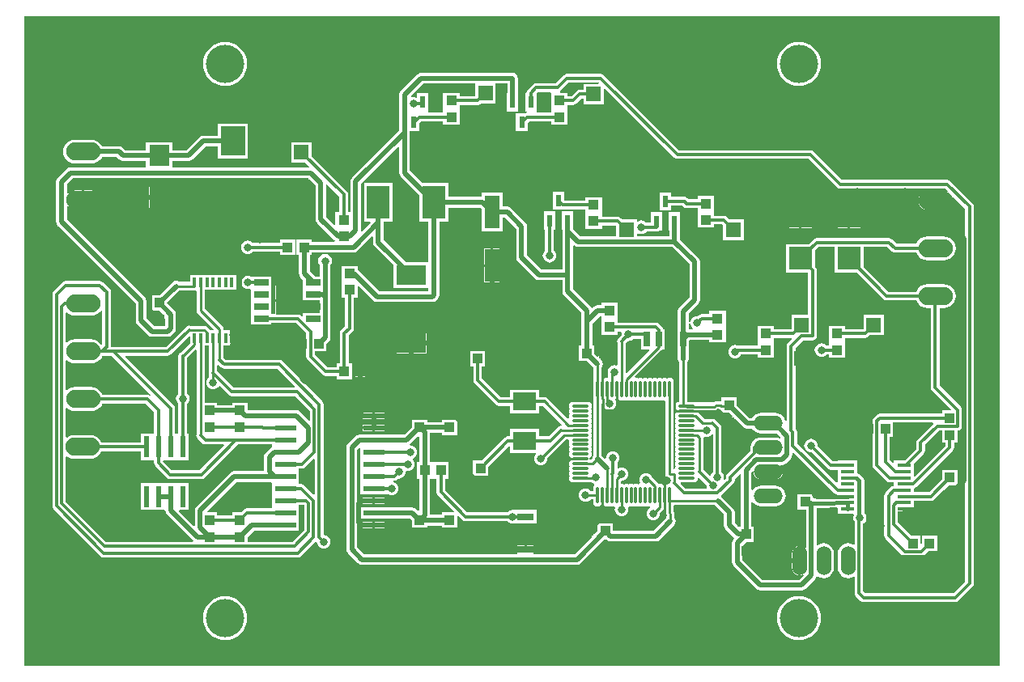
<source format=gtl>
%FSTAX44Y44*%
%MOMM*%
%SFA1B1*%

%IPPOS*%
%ADD54R,1.117598X1.015998*%
%ADD55R,2.399995X3.399993*%
%ADD56R,2.399995X1.899996*%
%ADD57R,0.599999X1.299997*%
%ADD58R,1.599997X3.499993*%
%ADD59R,2.409995X3.099994*%
%ADD60R,1.549997X0.649999*%
%ADD61R,0.649999X1.524997*%
%ADD62R,1.474997X0.449999*%
%ADD63R,3.149994X2.099996*%
%ADD64R,2.149996X2.199996*%
%ADD65R,1.699997X0.799998*%
%ADD66R,2.412995X2.412995*%
%ADD67R,0.999998X0.999998*%
%ADD68R,1.015998X1.117598*%
%ADD69R,0.999998X0.999998*%
%ADD70R,1.523997X1.523997*%
%ADD71R,2.209796X0.609599*%
%ADD72O,0.299999X1.799996*%
%ADD73O,1.799996X0.299999*%
%ADD74R,2.514595X3.022594*%
%ADD75R,0.304799X0.990598*%
%ADD76R,0.609599X2.209796*%
%ADD77C,0.499999*%
%ADD78C,0.259099*%
%ADD79C,0.254999*%
%ADD80C,0.382499*%
%ADD81C,0.299999*%
%ADD82C,3.999992*%
%ADD83O,3.581393X1.899996*%
%ADD84O,3.047994X1.523997*%
%ADD85O,1.523997X3.047994*%
%ADD86C,0.799998*%
%LNcas_to_modbus-1*%
%LPD*%
G36*
X01019999Y0D02*
X0D01*
Y00679999*
X01019999*
Y0*
G37*
%LNcas_to_modbus-2*%
%LPC*%
G36*
X00809999Y0065311D02*
X0080549Y00652666D01*
X00801155Y00651351*
X00797159Y00649215*
X00793657Y00646341*
X00790783Y00642839*
X00788647Y00638843*
X00787332Y00634508*
X00786888Y00629999*
X00787332Y0062549*
X00788647Y00621155*
X00790783Y00617159*
X00793657Y00613657*
X00797159Y00610783*
X00801155Y00608647*
X0080549Y00607332*
X00809999Y00606888*
X00814508Y00607332*
X00818843Y00608647*
X00822839Y00610783*
X00826341Y00613657*
X00829215Y00617159*
X00831351Y00621155*
X00832666Y0062549*
X0083311Y00629999*
X00832666Y00634508*
X00831351Y00638843*
X00829215Y00642839*
X00826341Y00646341*
X00822839Y00649215*
X00818843Y00651351*
X00814508Y00652666*
X00809999Y0065311*
G37*
G36*
X00209999D02*
X0020549Y00652666D01*
X00201155Y00651351*
X00197159Y00649215*
X00193657Y00646341*
X00190783Y00642839*
X00188647Y00638843*
X00187332Y00634508*
X00186888Y00629999*
X00187332Y0062549*
X00188647Y00621155*
X00190783Y00617159*
X00193657Y00613657*
X00197159Y00610783*
X00201155Y00608647*
X0020549Y00607332*
X00209999Y00606888*
X00214508Y00607332*
X00218843Y00608647*
X00222839Y00610783*
X00226341Y00613657*
X00229215Y00617159*
X00231351Y00621155*
X00232666Y0062549*
X0023311Y00629999*
X00232666Y00634508*
X00231351Y00638843*
X00229215Y00642839*
X00226341Y00646341*
X00222839Y00649215*
X00218843Y00651351*
X00214508Y00652666*
X00209999Y0065311*
G37*
G36*
X00489749Y00571823D02*
X00483399D01*
Y00565473*
X00489749*
Y00571823*
G37*
G36*
X00480859D02*
X00474509D01*
Y00565473*
X00480859*
Y00571823*
G37*
G36*
X00602779Y00570763D02*
X00596429D01*
Y00564413*
X00602779*
Y00570763*
G37*
G36*
X00593889D02*
X00587539D01*
Y00564413*
X00593889*
Y00570763*
G37*
G36*
X00489749Y00562933D02*
X00483399D01*
Y00556583*
X00489749*
Y00562933*
G37*
G36*
X00480859D02*
X00474509D01*
Y00556583*
X00480859*
Y00562933*
G37*
G36*
X00602779Y00561873D02*
X00596429D01*
Y00555523*
X00602779*
Y00561873*
G37*
G36*
X00593889D02*
X00587539D01*
Y00555523*
X00593889*
Y00561873*
G37*
G36*
X00297397Y00501203D02*
X00291047D01*
Y00494854*
X00297397*
Y00501203*
G37*
G36*
X00288507D02*
X00282157D01*
Y00494854*
X00288507*
Y00501203*
G37*
G36*
X00749169Y00498945D02*
X00742819D01*
Y00492595*
X00749169*
Y00498945*
G37*
G36*
X00740279D02*
X00733929D01*
Y00492595*
X00740279*
Y00498945*
G37*
G36*
X00637409D02*
X00631059D01*
Y00492595*
X00637409*
Y00498945*
G37*
G36*
X00628519D02*
X00622169D01*
Y00492595*
X00628519*
Y00498945*
G37*
G36*
X00151749Y00501D02*
X00142269D01*
Y00491269*
X00151749*
Y00501*
G37*
G36*
X0013973D02*
X0013025D01*
Y00491269*
X0013973*
Y00501*
G37*
G36*
X00069856Y00497581D02*
X00062719D01*
Y00489269*
X00079271*
X00079112Y00490479*
X00078154Y0049279*
X00076632Y00494775*
X00074647Y00496297*
X00072336Y00497255*
X00069856Y00497581*
G37*
G36*
X00951719Y00496461D02*
X00944582D01*
X00942102Y00496134*
X00939791Y00495177*
X00937807Y00493654*
X00936284Y0049167*
X00935327Y00489359*
X00935168Y00488149*
X00951719*
Y00496461*
G37*
G36*
X00749169Y00490055D02*
X00742819D01*
Y00483705*
X00749169*
Y00490055*
G37*
G36*
X00740279D02*
X00733929D01*
Y00483705*
X00740279*
Y00490055*
G37*
G36*
X00637409D02*
X00631059D01*
Y00483705*
X00637409*
Y00490055*
G37*
G36*
X00628519D02*
X00622169D01*
Y00483705*
X00628519*
Y00490055*
G37*
G36*
X00230572Y00494112D02*
X00219269D01*
Y00480269*
X00230572*
Y00494112*
G37*
G36*
X00216729D02*
X00205426D01*
Y00480269*
X00216729*
Y00494112*
G37*
G36*
X00151749Y0048873D02*
X00142269D01*
Y00479*
X00151749*
Y0048873*
G37*
G36*
X0013973D02*
X0013025D01*
Y00479*
X0013973*
Y0048873*
G37*
G36*
X00079271Y00486729D02*
X00062719D01*
Y00478417*
X00069856*
X00072336Y00478744*
X00074647Y00479701*
X00076632Y00481224*
X00078154Y00483208*
X00079112Y00485519*
X00079271Y00486729*
G37*
G36*
X00970811Y00485609D02*
X00954259D01*
Y00477297*
X00961396*
X00963876Y00477623*
X00966187Y00478581*
X00968172Y00480103*
X00969694Y00482088*
X00970652Y00484399*
X00970811Y00485609*
G37*
G36*
X00951719D02*
X00935168D01*
X00935327Y00484399*
X00936284Y00482088*
X00937807Y00480103*
X00939791Y00478581*
X00942102Y00477623*
X00944582Y00477297*
X00951719*
Y00485609*
G37*
G36*
X00510729Y00620607D02*
X00414999D01*
X00412853Y0062018*
X00411034Y00618964*
X00393734Y00601664*
X00392518Y00599845*
X00392388Y00599189*
X00391699*
Y00580189*
X00392091*
Y00560296*
X0034249Y00510694*
X00341274Y00508875*
X00340847Y0050673*
Y00474579*
X00338587*
Y00493278*
X00338238Y00495033*
X00337243Y00496522*
X00300397Y00533368*
Y00548119*
X00279157*
Y00526879*
X00293909*
X00298134Y00522654*
X00297648Y00521481*
X00154749*
Y00528392*
X00171958*
X00174103Y00528819*
X00175922Y00530034*
X00189331Y00543443*
X00202426*
Y00530938*
X00233572*
Y00567164*
X00202426*
Y00554659*
X00187009*
X00184863Y00554232*
X00183043Y00553016*
X00169634Y00539607*
X00154749*
Y00547999*
X00127249*
Y00539607*
X00105381*
X00103024Y00541964*
X00101205Y0054318*
X0009906Y00543607*
X00081063*
X00080775Y00544303*
X00078771Y00546914*
X0007616Y00548918*
X00073119Y00550177*
X00069856Y00550607*
X00053042*
X00049779Y00550177*
X00046738Y00548918*
X00044127Y00546914*
X00042124Y00544303*
X00040864Y00541262*
X00040434Y00537999*
X00040864Y00534736*
X00042124Y00531695*
X00044127Y00529084*
X00046738Y0052708*
X00049779Y00525821*
X00053042Y00525391*
X00069856*
X00073119Y00525821*
X0007616Y0052708*
X00078771Y00529084*
X00080775Y00531695*
X00081063Y00532391*
X00096736*
X00099093Y00530034*
X00100912Y00528819*
X00103059Y00528392*
X00127249*
Y00521481*
X0004826*
X00046113Y00521054*
X00044294Y00519838*
X00034896Y0051044*
X0003368Y00508621*
X00033253Y00506476*
Y0046482*
X0003368Y00462673*
X00034896Y00460854*
X00116311Y00379438*
Y00361442*
X00116738Y00359295*
X00117954Y00357476*
X00129396Y00346034*
X00131215Y00344818*
X00133361Y00344391*
X00149999*
X00152146Y00344818*
X00153964Y00346034*
X00156964Y00349034*
X0015818Y00350853*
X00158607Y00352999*
Y00367749*
X0015818Y00369895*
X00156964Y00371714*
X00148999Y00379679*
Y00379818*
X00162212Y00393031*
X00177839*
X00178689Y00393201*
X00179959Y00392251*
Y00371901*
X00180293Y00370225*
X00181242Y00368804*
X00197989Y00352057*
X00197503Y00350884*
X00194516*
X00193936Y00351752*
X00191056Y00354632*
X00189635Y00355581*
X0018796Y00355914*
X00173422*
X00172374Y00356123*
X00170618Y00355774*
X00169129Y00354779*
X00147958Y00333609*
X00090693*
Y00390906*
X00090344Y00392661*
X00089349Y00394149*
X00082255Y00401243*
X00080767Y00402238*
X00079011Y00402587*
X00042907*
X00041151Y00402238*
X00039663Y00401243*
X00030537Y00392117*
X00029542Y00390629*
X00029193Y00388874*
Y00167217*
X00029542Y00165461*
X00030537Y00163973*
X00079899Y00114611*
X00081387Y00113616*
X00083143Y00113267*
X0028575*
X00287505Y00113616*
X00288993Y00114611*
X00304648Y00130265*
X00305603Y00129895*
X00305879Y001297*
X00306107Y00127966*
X00306813Y00126263*
X00307935Y00124801*
X00309397Y00123679*
X003111Y00122973*
X00312928Y00122733*
X00314754Y00122973*
X00316457Y00123679*
X00317919Y00124801*
X00319041Y00126263*
X00319747Y00127966*
X00319987Y00129794*
X00319747Y0013162*
X00319041Y00133323*
X00317919Y00134785*
X00316457Y00135907*
X00314754Y00136613*
X00312928Y00136853*
X00312863Y00136909*
Y00273637*
X00312514Y00275393*
X00311519Y00276881*
X00269689Y00318711*
X00268201Y00319706*
X00266446Y00320055*
X0021067*
X00208323Y00322402*
Y00334978*
X00215071*
Y00336833*
X00215373Y00337978*
X00215627*
Y00342931*
Y00347884*
X00215373*
X00215071Y00349029*
Y00350884*
X00208323*
Y00352298*
X00207989Y00353973*
X0020704Y00355394*
X00188719Y00373715*
Y00393366*
X00221421*
Y00409272*
X00173315*
Y0040179*
X00162006*
X00160807Y00402592*
X00158661Y00403019*
X00156515Y00402592*
X00154696Y00401376*
X00141068Y00387749*
X00132999*
Y00371749*
X00141068*
X00144535Y00368282*
X00144049Y00367109*
X00142269*
Y00363379*
X00145999*
Y00363764*
X00147269Y00364443*
X00147391Y00364361*
Y00355607*
X00135684*
X00127527Y00363764*
Y00381762*
X001271Y00383907*
X00125884Y00385726*
X00044469Y00467142*
Y00481481*
X00045739Y00481912*
X00046267Y00481224*
X00048251Y00479701*
X00050562Y00478744*
X00053042Y00478417*
X00060179*
Y00487999*
Y00497581*
X00053042*
X00050562Y00497255*
X00048251Y00496297*
X00046267Y00494775*
X00045739Y00494086*
X00044469Y00494518*
Y00504152*
X00050582Y00510265*
X00280959*
X00282157Y00510093*
Y00508995*
Y00503744*
X00289777*
X00297397*
Y00508468*
X00298667Y00508994*
X00304525Y00503136*
Y0046736*
X00304952Y00465213*
X00306168Y00463394*
X00324164Y00445398*
X00324943Y00444877*
X00324558Y00443607*
X00300749*
Y00445999*
X00284749*
Y00429999*
X00287142*
Y00410629*
X00287568Y00408483*
X00288784Y00406663*
X00291309Y00404139*
Y00395069*
Y00394869*
Y00382369*
X00308843*
Y00379169*
X00303329*
Y0037592*
Y00372669*
X00308843*
Y00369469*
X00291309*
Y00366061*
X00290136Y00365575*
X00289247Y00366463*
X00287759Y00367458*
X00286859Y00367637*
Y00381*
X00274809*
X00262759*
Y00367807*
X00259207*
X00258309Y00368705*
Y00369469*
Y00370739*
Y00381099*
Y00382169*
Y00383439*
Y00393799*
Y00394869*
Y00396139*
Y00407569*
X00236882*
X00235506Y00408139*
X0023368Y00408379*
X00231852Y00408139*
X00230149Y00407434*
X00228687Y00406311*
X00227564Y00404849*
X00226859Y00403146*
X00226619Y0040132*
X00226859Y00399492*
X00227564Y00397789*
X00228687Y00396327*
X00230149Y00395204*
X00231852Y00394499*
X0023368Y00394259*
X00235506Y00394499*
X00235539Y00394513*
X00236809Y00393664*
Y00383439*
Y00382369*
Y00381099*
Y00370739*
Y00369669*
Y00368399*
Y00356969*
X00258309*
Y00358631*
X00284103*
X00294623Y0034811*
Y00341999*
X00291379*
Y00336999*
Y00331999*
X00294623*
Y00323747*
X00294972Y00321991*
X00295967Y00320503*
X00311715Y00304755*
X00313203Y0030376*
X0031496Y00303411*
X00326419*
Y00299411*
X00342579*
Y00316587*
X00339087*
Y00345825*
X00343244Y00349981*
X00344238Y00351469*
X00344588Y00353225*
Y00385283*
X00348587*
Y00397217*
X00349761Y00397703*
X00365096Y00382368*
X00366915Y00381152*
X00369062Y00380725*
X0042672*
X00428865Y00381152*
X00430684Y00382368*
X00432234Y00383918*
X00433451Y00385737*
X00433877Y00387883*
Y00465139*
X00443269*
Y00479531*
X00476536*
X00477999Y00478068*
Y00454499*
X00499999*
Y00469392*
X00502676*
X00514551Y00457517*
Y00427173*
X00514977Y00425027*
X00516193Y00423208*
X00534367Y00405034*
X00536186Y00403818*
X00538332Y00403391*
X00562561*
Y00391695*
X00562988Y00389549*
X00564204Y00387731*
X00582642Y00369292*
Y00360445*
Y00334999*
X00580249*
Y00318999*
X00588319*
X0059514Y00312178*
Y00298152*
X00594911Y00296999*
Y00281999*
X0059514Y00280846*
Y00220037*
X00594318Y00218807*
X00594027Y00217343*
X00592548Y00215858*
X00592037*
X00591084Y00217072*
X00591175Y00217541*
X00592243Y00218255*
X00593238Y00219743*
X00593587Y00221499*
X00593238Y00223255*
X00592741Y00223999*
X00593238Y00224743*
X00593587Y00226499*
X00593238Y00228255*
X00592741Y00228999*
X00593238Y00229743*
X00593587Y00231499*
X00593238Y00233255*
X00592741Y00233999*
X00593238Y00234743*
X00593587Y00236499*
X00593238Y00238255*
X00592741Y00238999*
X00593238Y00239743*
X00593587Y00241499*
X00593238Y00243255*
X00592741Y00243999*
X00593238Y00244743*
X00593587Y00246499*
X00593238Y00248255*
X00592741Y00248999*
X00593238Y00249743*
X00593587Y00251499*
X00593238Y00253255*
X00592741Y00254*
X00593238Y00254743*
X00593587Y00256499*
X00593238Y00258255*
X00592741Y00258999*
X00593238Y00259743*
X00593587Y00261499*
X00593238Y00263255*
X00592741Y00263999*
X00593238Y00264743*
X00593587Y00266499*
X00593238Y00268255*
X00592741Y00268999*
X00593238Y00269743*
X00593587Y00271499*
X00593238Y00273255*
X00592243Y00274743*
X00590755Y00275738*
X00588999Y00276087*
X00573999*
X00572243Y00275738*
X00570755Y00274743*
X0056976Y00273255*
X00569411Y00271499*
X0056976Y00269743*
X00570257Y00268999*
X0056976Y00268255*
X00569411Y00266499*
X0056976Y00264743*
X00570257Y00263999*
X0056976Y00263255*
X00569411Y00261499*
X0056976Y00259743*
X00569481Y00259179*
X00567966Y0025891*
X00548111Y00278765*
X00547458Y00279743*
X00545969Y00280738*
X00544213Y00281087*
X00537999*
Y00288999*
X00508*
Y00281087*
X00498358*
X00478587Y00300857*
Y00313249*
X00481999*
Y00329249*
X00465999*
Y00313249*
X00469411*
Y00298958*
X0046976Y00297201*
X00470755Y00295713*
X00493213Y00273255*
X00494701Y0027226*
X00496457Y00271911*
X00508*
Y00263999*
X00537999*
Y00271911*
X00542637*
X00562392Y00252156*
X00561766Y00250985*
X00561256Y00251087*
X005595Y00250738*
X00558011Y00249743*
X00548356Y00240087*
X00537999*
Y00247999*
X00508*
Y00240087*
X00505749*
X00503993Y00239738*
X00502505Y00238744*
X0047851Y00214749*
X00468999*
Y00198749*
X00484999*
Y0020826*
X0050673Y00229991*
X00508Y00229465*
Y00222999*
X00534417*
X00534806Y0022225*
X00534915Y00221729*
X00533889Y00220391*
X00533183Y00218688*
X00532943Y00216861*
X00533183Y00215034*
X00533889Y00213331*
X00535011Y00211869*
X00536473Y00210747*
X00538176Y00210041*
X00540004Y00209801*
X0054183Y00210041*
X00543533Y00210747*
X00544995Y00211869*
X00546118Y00213331*
X00546823Y00215034*
X00547063Y00216861*
X00546959Y00217653*
X00566446Y0023714*
X00568884*
X00569411Y00236499*
X0056976Y00234743*
X00570257Y00233999*
X0056976Y00233255*
X00569411Y00231499*
X0056976Y00229743*
X00570257Y00228999*
X0056976Y00228255*
X00569411Y00226499*
X0056976Y00224743*
X00570257Y00223999*
X0056976Y00223255*
X00569411Y00221499*
X0056976Y00219743*
X00570755Y00218255*
X00572243Y0021726*
X00572495Y00216789*
X00572375Y00216499*
X00572495Y0021621*
X00572243Y00215738*
X00570755Y00214743*
X0056976Y00213255*
X00569411Y00211499*
X0056976Y00209743*
X00570257Y00208999*
X0056976Y00208255*
X00569411Y00206499*
X0056976Y00204743*
X00570257Y00203999*
X0056976Y00203255*
X00569411Y00201499*
X0056976Y00199743*
X00570257Y00198999*
X0056976Y00198255*
X00569411Y00196499*
X0056976Y00194743*
X00570755Y00193255*
X00572243Y0019226*
X00573999Y00191911*
X00588999*
X00590152Y0019214*
X00592646*
X00592669Y00192111*
X00594131Y00190988*
X00595643Y00190362*
X00595891Y00189908*
X00595914Y00189842*
X00596072Y00188971*
X0059526Y00187755*
X00594911Y00185999*
Y00182858*
X0059241*
X00591924Y00183492*
X00590461Y00184614*
X00588758Y00185319*
X00586931Y00185559*
X00585104Y00185319*
X00583401Y00184614*
X00581939Y00183492*
X00580817Y00182029*
X00580111Y00180326*
X00579871Y00178499*
X00580111Y00176672*
X00580817Y00174969*
X00581939Y00173507*
X00583401Y00172385*
X00585104Y00171679*
X00586931Y00171439*
X00588758Y00171679*
X00590461Y00172385*
X00591924Y00173507*
X0059241Y0017414*
X00594911*
Y00170999*
X0059526Y00169243*
X00596255Y00167755*
X00597743Y0016676*
X00599499Y00166411*
X00601255Y0016676*
X00602743Y00167755*
X00603738Y00169243*
X00604209Y00169495*
X00604499Y00169375*
X00604788Y00169495*
X0060526Y00169243*
X00606255Y00167755*
X00607743Y0016676*
X00609499Y00166411*
X00611255Y0016676*
X00611999Y00167257*
X00612743Y0016676*
X00614499Y00166411*
X00616254Y0016676*
X00616545Y00166954*
X00617047Y00166778*
X00617765Y00165402*
X00617525Y00163576*
X00617765Y00161748*
X0061847Y00160045*
X00619593Y00158583*
X00621055Y00157461*
X00622758Y00156755*
X00624586Y00156515*
X00626412Y00156755*
X00628115Y00157461*
X00629577Y00158583*
X00630699Y00160045*
X00631405Y00161748*
X00631645Y00163576*
X00631405Y00165402*
X00632157Y0016685*
X00632453Y00166954*
X00632743Y0016676*
X00634499Y00166411*
X00636254Y0016676*
X00636999Y00167257*
X00637743Y0016676*
X00639499Y00166411*
X00641255Y0016676*
X00641999Y00167257*
X00642743Y0016676*
X00644499Y00166411*
X00646254Y0016676*
X00646999Y00167257*
X00647743Y0016676*
X00649499Y00166411*
X00651256Y0016676*
X00651999Y00167257*
X00652743Y0016676*
X00654251Y0016646*
X0065453Y00165545*
X00654542Y00165206*
X00654329Y00165118*
X00652867Y00163995*
X00651745Y00162533*
X00651039Y0016083*
X00650799Y00159004*
X00651039Y00157176*
X00651745Y00155473*
X00652867Y00154011*
X00654329Y00152888*
X00656032Y00152183*
X0065786Y00151943*
X00659686Y00152183*
X00661389Y00152888*
X00662851Y00154011*
X00663974Y00155473*
X00664679Y00157176*
X00664919Y00159004*
X00664815Y00159795*
X00667581Y00162561*
X00668526Y00163975*
X00668858Y00165643*
Y00168022*
X00668888Y00168031*
X00670231Y00167102*
X00671168Y00154466*
X00658076Y00141375*
X00615749*
Y00148999*
X00599749*
Y0014093*
X00596282Y00137463*
X00595109Y00137949*
Y00139729*
X00591379*
Y00135999*
X00593159*
X00593645Y00134826*
X00575678Y00116859*
X00532813*
X00532499Y00117999*
Y00118129*
Y00120729*
X00523999*
X00515499*
Y00118129*
Y00117999*
X00515185Y00116859*
X00355382*
X00347999Y00124242*
Y00226276*
X00350037Y00228314*
X0035121Y00227828*
Y00217471*
Y00216867*
Y00204771*
Y00204167*
Y00192737*
Y00192071*
Y00190801*
Y00179371*
X00379308*
X00379991Y00179708*
X00380517Y00179304*
X0038222Y00178599*
X00384048Y00178359*
X00385874Y00178599*
X00387577Y00179304*
X00389039Y00180427*
X00390162Y00181889*
X00390867Y00183592*
X00391107Y0018542*
X00390867Y00187246*
X00390162Y00188949*
X00389039Y00190411*
X00387577Y00191534*
X00385874Y00192239*
X00385707Y00192261*
X0038579Y00193531*
X00386842*
X00388597Y0019388*
X00390085Y00194875*
X00391162Y00195951*
X00391668Y00195885*
X00393494Y00196125*
X00395197Y0019683*
X00396659Y00197953*
X00397782Y00199415*
X00398487Y00201118*
X00398712Y00202826*
X00398742Y00202957*
X00399885Y0020388*
X00400812Y00203759*
X00402638Y00203999*
X00404341Y00204705*
X00405803Y00205827*
X00406925Y00207289*
X00407631Y00208992*
X00407871Y0021082*
X00407631Y00212646*
X00406925Y00214349*
X00406023Y00215526*
X00406177Y00216588*
X00406366Y00216981*
X00407389Y00217404*
X00408851Y00218527*
X00409974Y00219989*
X00410679Y00221692*
X00410919Y0022352*
X00410679Y00225346*
X00409974Y00227049*
X00408851Y00228511*
X00407389Y00229633*
X00405686Y00230339*
X0040386Y00230579*
X00403562Y0023054*
X00403103Y00231761*
X00403841Y00232254*
X00411792Y00240205*
X00412965Y00239719*
Y00213057*
X00410493*
Y00195881*
X00412965*
Y00162263*
X00411792Y00161777*
X00409584Y00163984*
X00407765Y001652*
X00405619Y00165627*
X00379308*
Y00166067*
X0035121*
Y00153971*
X00379308*
Y00154411*
X00403296*
X00405239Y00152468*
Y00144399*
X00421239*
Y00146791*
X00436559*
Y00144399*
X00452559*
Y00156555*
X00453732Y00157041*
X00458019Y00152755*
X00459507Y0015176*
X00461264Y00151411*
X00504938*
X00505248Y00151007*
X00506711Y00149885*
X00508413Y00149179*
X00510241Y00148939*
X00511229Y00149069*
X00512499Y00148999*
X00535499*
Y00162999*
X00512499*
X00511229Y0016293*
X00510241Y0016306*
X00508413Y00162819*
X00506711Y00162114*
X00505248Y00160992*
X00504938Y00160587*
X00463163*
X00440297Y00183454*
Y00195881*
X00443789*
Y00213057*
X00427629*
X00426653*
X00424181*
Y00243975*
X00436559*
Y00241583*
X00452559*
Y00257583*
X00436559*
Y00255191*
X00421239*
Y00257583*
X00405239*
Y00249514*
X00397552Y00241827*
X00379308*
Y00242267*
X0035121*
Y00241827*
X00350012*
X00347865Y002414*
X00346046Y00240184*
X00338426Y00232564*
X0033721Y00230745*
X00336783Y002286*
Y0012192*
X0033721Y00119773*
X00338426Y00117954*
X00349094Y00107286*
X00350913Y0010607*
X0035306Y00105643*
X00578001*
X00580147Y0010607*
X00581966Y00107286*
X00607679Y00132999*
X00607818*
X00609015Y00131802*
X00610835Y00130586*
X00612981Y00130159*
X006604*
X00662545Y00130586*
X00664364Y00131802*
X0067975Y00147187*
X00680965Y00149006*
X00681392Y00151152*
X00680965Y00153298*
X00679875Y0015493*
X00678967Y00167176*
X00679831Y00168106*
X00721851*
X00731753Y00158204*
Y00147147*
X0073218Y00145001*
X00733396Y00143181*
X00742794Y00133784*
X00742821Y00133502*
X00741524Y00132204*
X00740308Y00130385*
X00739881Y00128239*
Y00108458*
X00740308Y00106311*
X00741524Y00104492*
X00765654Y00080362*
X00767473Y00079146*
X0076962Y00078719*
X008128*
X00814945Y00079146*
X00816764Y00080362*
X00826924Y00090522*
X0082814Y00092341*
X00828326Y00093279*
X00829726Y00093806*
X00830643Y00093102*
X00833226Y00092032*
X00835999Y00091667*
X00838771Y00092032*
X00841355Y00093102*
X00843573Y00094804*
X00845275Y00097023*
X00846346Y00099606*
X00846711Y00102379*
Y00117619*
X00846346Y00120391*
X00845275Y00122975*
X00843573Y00125193*
X00841355Y00126895*
X00838771Y00127965*
X00835999Y0012833*
X00833226Y00127965*
X00830643Y00126895*
X00829706Y00126176*
X00828567Y00126738*
Y00165424*
X00833999*
X00834011Y00165427*
X00834024Y00165424*
X0084954Y00165502*
X00850734Y00164238*
Y00158819*
X00866669*
X00867517Y00157549*
X00867193Y00156766*
X00866953Y0015494*
X00867193Y00153112*
X00867898Y00151409*
X00868155Y00151075*
Y00127257*
X00867016Y00126695*
X00866755Y00126895*
X00864171Y00127965*
X00861399Y0012833*
X00858626Y00127965*
X00856043Y00126895*
X00853825Y00125193*
X00852122Y00122975*
X00851052Y00120391*
X00850687Y00117619*
Y00102379*
X00851052Y00099606*
X00852122Y00097023*
X00853825Y00094804*
X00856043Y00093102*
X00858626Y00092032*
X00861399Y00091667*
X00864171Y00092032*
X00866755Y00093102*
X00867016Y00093303*
X00868155Y00092741*
Y000762*
X00868504Y00074443*
X00869499Y00072955*
X00874579Y00067875*
X00876067Y0006688*
X00877824Y00066531*
X00973582*
X00975337Y0006688*
X00976825Y00067875*
X00991704Y00082753*
X00992698Y00084241*
X00993047Y00085997*
Y00480539*
X00992698Y00482294*
X00991704Y00483783*
X00968243Y00507243*
X00966755Y00508238*
X00964999Y00508587*
X00854899*
X00825243Y00538243*
X00823755Y00539238*
X00821999Y00539587*
X006849*
X00606243Y00618243*
X00604755Y00619238*
X00602999Y00619587*
X00567481*
X00565726Y00619238*
X00564237Y00618243*
X00555581Y00609587*
X00535289*
X00533533Y00609238*
X00532045Y00608243*
X00526485Y00602683*
X0052549Y00601195*
X00525141Y0059944*
Y00599189*
X00523729*
Y00580189*
X00525616*
X00525741Y00578919*
X00524147Y00578602*
X00523529Y00578189*
X00514229*
Y00559189*
X00526229*
Y00568201*
X00527803Y00569775*
X00551011*
Y00566283*
X00568187*
Y00582149*
Y00582443*
Y00583419*
Y00583713*
Y00586911*
X0057404*
X00575795Y0058726*
X00577283Y00588255*
X0058261Y00593581*
X00584539*
Y00587549*
X00605779*
Y00604071*
X00606952Y00604557*
X00679755Y00531755*
X00681243Y0053076*
X00682999Y00530411*
X00820098*
X00849755Y00500755*
X00851243Y0049976*
X00852999Y00499411*
X00963099*
X00965795Y00496714*
X00965076Y00495638*
X00963876Y00496134*
X00961396Y00496461*
X00954259*
Y00488149*
X00970811*
X00970652Y00489359*
X00970155Y00490559*
X00971231Y00491278*
X00983871Y00478638*
Y00087898*
X00971681Y00075707*
X00879724*
X00877331Y000781*
Y00148737*
X00877543Y00148825*
X00879005Y00149947*
X00880127Y00151409*
X00880833Y00153112*
X00881073Y0015494*
X00880833Y00156766*
X00880127Y00158469*
X00879005Y00159931*
X00878601Y00160242*
Y00193775*
X00878252Y00195531*
X00877257Y00197019*
X00874463Y00199813*
X00872975Y00200808*
X00871484Y00201104*
Y00214819*
X00850734*
Y00214157*
X00845433*
X00829699Y00229892*
X00829765Y00230397*
X00829525Y00232224*
X00828819Y00233927*
X00827697Y00235389*
X00826235Y00236511*
X00824532Y00237217*
X00822706Y00237457*
X00820878Y00237217*
X00819175Y00236511*
X00817713Y00235389*
X0081659Y00233927*
X00815885Y00232224*
X00815645Y00230397*
X00815885Y00228569*
X0081659Y00226867*
X00817713Y00225404*
X00819175Y00224282*
X00820878Y00223577*
X00822706Y00223336*
X0082321Y00223403*
X00840289Y00206324*
X00841777Y0020533*
X00843534Y00204981*
X00850734*
Y00191836*
X00849471Y00191304*
X00808327Y00232447*
Y00244657*
X00807978Y00246413*
X00806984Y00247901*
X00806465Y0024842*
Y00313853*
X00811729*
Y00321473*
Y00329093*
X00806465*
Y00332363*
X00814699Y00340597*
X0082423*
X00825985Y00340946*
X00827473Y00341941*
X00828468Y00343429*
X00828817Y00345186*
Y00413779*
X00828468Y00415535*
X00827473Y00417023*
X00826764Y00417733*
Y00434885*
X00830266Y00438387*
X00847434*
Y00411244*
X00871076*
X00898685Y00383635*
X00900173Y0038264*
X00901929Y00382291*
X00932953*
X00933663Y00380575*
X00935667Y00377964*
X00938278Y0037596*
X00941319Y00374701*
X00944582Y00374271*
X00948165*
Y00291421*
X00948514Y00289666*
X00949509Y00288177*
X00969303Y00268382*
X00968817Y00267209*
X00959959*
Y00263797*
X00894463*
X00892707Y00263448*
X00891219Y00262453*
X00888549Y00259783*
X00887554Y00258295*
X00887205Y0025654*
Y00252779*
X00884139*
Y00247779*
Y00242779*
X00887205*
Y00210031*
X00887554Y00208275*
X00888549Y00206787*
X00902011Y00193325*
X00903499Y0019233*
X00905256Y00191981*
X00909494*
Y00188157*
X0090932*
X00907563Y00187808*
X00906075Y00186813*
X00900487Y00181225*
X00899492Y00179737*
X00899143Y00177981*
Y00136517*
X00899492Y00134761*
X00900487Y00133273*
X00917505Y00116255*
X00918993Y0011526*
X0092075Y00114911*
X00938389*
X00940145Y0011526*
X00941633Y00116255*
X00945378Y00119999*
X00954889*
Y00135999*
X00938889*
Y00127202*
X00938519Y00126932*
X00937249Y00127578*
Y00135999*
X00927737*
X00913399Y00150338*
Y00161819*
X00918599*
Y00164069*
X00921139*
Y00161819*
X00927244*
Y00165319*
X00930244*
Y00172481*
X00948189*
X00949945Y0017283*
X00951433Y00173825*
X00961689Y0018408*
X00962959Y00183554*
Y00183196*
Y00180469*
X00966689*
Y00184199*
X00963973*
X00963604*
X00963078Y00185469*
X00966448Y00188839*
X00975959*
Y00204839*
X00959959*
Y00195328*
X00946289Y00181657*
X00930244*
Y00185601*
X00931395Y0018583*
X00932883Y00186825*
X00971203Y00225145*
X00972198Y00226633*
X00972547Y00228389*
Y00233569*
X00975959*
Y00246109*
X00976459*
X00978215Y00246458*
X00979704Y00247453*
X00980698Y00248941*
X00981048Y00250698*
Y00267716*
X00980698Y00269471*
X00979704Y00270959*
X00957341Y00293322*
Y00374271*
X00961396*
X00964659Y00374701*
X009677Y0037596*
X00970311Y00377964*
X00972315Y00380575*
X00973575Y00383616*
X00974004Y00386879*
X00973575Y00390142*
X00972315Y00393183*
X00970311Y00395794*
X009677Y00397798*
X00964659Y00399057*
X00961396Y00399487*
X00944582*
X00941319Y00399057*
X00938278Y00397798*
X00935667Y00395794*
X00933663Y00393183*
X00932953Y00391467*
X0090383*
X00877564Y00417733*
Y00438387*
X00902593*
X00907345Y00433635*
X00908833Y0043264*
X0091059Y00432291*
X00932953*
X00933663Y00430575*
X00935667Y00427964*
X00938278Y0042596*
X00941319Y00424701*
X00944582Y00424271*
X00961396*
X00964659Y00424701*
X009677Y0042596*
X00970311Y00427964*
X00972315Y00430575*
X00973575Y00433616*
X00974004Y0043688*
X00973575Y00440142*
X00972315Y00443183*
X00970311Y00445794*
X009677Y00447798*
X00964659Y00449057*
X00961396Y00449487*
X00944582*
X00941319Y00449057*
X00938278Y00447798*
X00935667Y00445794*
X00933663Y00443183*
X00932953Y00441467*
X00912489*
X00907737Y00446219*
X00906249Y00447214*
X00904494Y00447563*
X00828365*
X00826609Y00447214*
X00825121Y00446219*
X00820275Y00441374*
X00796634*
Y00411244*
X00819641*
Y00367119*
X00802379*
Y00352368*
X00802188Y00352177*
X00783777*
Y00355669*
X00766601*
Y00339803*
Y00339509*
Y00338533*
Y00338239*
Y00335041*
X00746125*
X0074503Y00335495*
X00743204Y00335735*
X00741376Y00335495*
X00739673Y00334789*
X00738211Y00333667*
X00737088Y00332205*
X00736383Y00330502*
X00736143Y00328676*
X00736383Y00326848*
X00737088Y00325145*
X00738211Y00323683*
X00739673Y0032256*
X00741376Y00321855*
X00743204Y00321615*
X0074503Y00321855*
X00746733Y0032256*
X00748195Y00323683*
X00749317Y00325145*
X00749616Y00325865*
X00766601*
Y00322373*
X00783777*
Y00338239*
Y00338533*
Y00339509*
Y00339803*
Y00343001*
X0080233*
X00802856Y00341731*
X00798633Y00337507*
X00797638Y00336019*
X00797289Y00334264*
Y0025625*
X00796019Y00256167*
X00795966Y00256571*
X00794895Y00259155*
X00793193Y00261373*
X00790975Y00263075*
X00788391Y00264145*
X00785619Y00264511*
X00770379*
X00767607Y00264145*
X00765023Y00263075*
X00762805Y00261373*
X00761296Y00259407*
X00758271*
X00744999Y00272679*
Y00280749*
X00728999*
Y00277435*
X00728017Y00276629*
X00728001Y00276633*
X00723217*
X00721549Y00276301*
X00720549Y00275633*
X00701913*
X00701755Y00275738*
X00699999Y00276087*
X0069346*
Y00317627*
X00694282Y00318857*
X00694709Y00321003*
X00694657Y00321264*
Y00331254*
X00695299*
Y00340199*
X00695856Y00340755*
X00716411*
Y00338283*
X00733587*
Y00354443*
Y00355419*
Y00371579*
X00716411*
Y00368087*
X00708177*
X00706421Y00367738*
X00704933Y00366743*
X0070383Y00365641*
X00703326Y00365707*
X00701498Y00365467*
X00699795Y00364761*
X00698333Y00363639*
X00697211Y00362177*
X00696505Y00360474*
X00696265Y00358648*
X00696505Y0035682*
X00697211Y00355117*
X00698333Y00353655*
X00698872Y00353241*
X00698441Y00351971*
X00695299*
Y00352504*
X00694657*
Y00368718*
X00705004Y00379066*
X0070622Y00380885*
X00706647Y00383032*
Y00422959*
X0070622Y00425105*
X00705004Y00426924*
X00685607Y00446322*
Y00455499*
X00685999*
Y00474499*
X00673999*
Y00455499*
X00674391*
Y00449599*
X00640409*
Y00452393*
X00641679Y00453019*
X00641883Y00452863*
X00643586Y00452157*
X00645414Y00451917*
X0064724Y00452157*
X00648943Y00452863*
X00650405Y00453985*
X00650716Y00454389*
X00660999*
X00662755Y00454738*
X00663893Y00455499*
X00666999*
Y00474499*
X00654999*
Y00463565*
X00650716*
X00650405Y00463969*
X00648943Y00465092*
X0064724Y00465797*
X00645414Y00466037*
X00643586Y00465797*
X00641883Y00465092*
X00641679Y00464935*
X00640409Y00465561*
Y00466919*
X00625658*
X00624033Y00468543*
X00622545Y00469538*
X00620789Y00469887*
X00604087*
Y00473085*
Y00473379*
Y00474355*
Y00474649*
Y00490515*
X00586911*
Y00487023*
X00564973*
X00564669Y00487327*
Y00496339*
X00552669*
Y00477339*
X00564669*
Y00477847*
X00586911*
Y00474649*
Y00474355*
Y00473379*
Y00473085*
Y00457219*
X00604087*
Y00460711*
X00618888*
X00619169Y0046043*
Y00449599*
X00581442*
X00574169Y00456871*
Y00475339*
X00562169*
Y00456339*
X00562561*
Y00454941*
Y00414607*
X00540655*
X00525766Y00429496*
Y0045984*
X00525339Y00461986*
X00524123Y00463805*
X00508964Y00478964*
X00507145Y0048018*
X00504999Y00480606*
X00499999*
Y00495499*
X00477999*
Y00490747*
X00443269*
Y00505139*
X00416199*
X00403307Y00518033*
Y00557973*
Y00559189*
X00413199*
Y00568201*
X00414773Y00569775*
X00437981*
Y00566283*
X00455157*
Y00582443*
Y00583419*
Y00586911*
X00474399*
X00476155Y0058726*
X00477643Y00588255*
X00477998Y00588609*
X00492749*
Y00609391*
X00505121*
Y00599189*
X00504729*
Y00580189*
X00516729*
Y00599189*
X00516337*
Y00614999*
X0051591Y00617145*
X00514694Y00618964*
X00512875Y0062018*
X00510729Y00620607*
G37*
G36*
X00874564Y00482473D02*
X00863769D01*
Y00471678*
X00874564*
Y00482473*
G37*
G36*
X00823764D02*
X00812969D01*
Y00471678*
X00823764*
Y00482473*
G37*
G36*
X00861229D02*
X00850434D01*
Y00471678*
X00861229*
Y00482473*
G37*
G36*
X00810429D02*
X00799634D01*
Y00471678*
X00810429*
Y00482473*
G37*
G36*
X00230572Y00477729D02*
X00219269D01*
Y00463886*
X00230572*
Y00477729*
G37*
G36*
X00216729D02*
X00205426D01*
Y00463886*
X00216729*
Y00477729*
G37*
G36*
X00874564Y00469138D02*
X00863769D01*
Y00458343*
X00874564*
Y00469138*
G37*
G36*
X00861229D02*
X00850434D01*
Y00458343*
X00861229*
Y00469138*
G37*
G36*
X00823764D02*
X00812969D01*
Y00458343*
X00823764*
Y00469138*
G37*
G36*
X00810429D02*
X00799634D01*
Y00458343*
X00810429*
Y00469138*
G37*
G36*
X00676499Y00495498D02*
X00664499D01*
Y00476499*
X00676499*
Y0048141*
X00688471*
X0068949Y00480391*
X00690979Y00479396*
X00692735Y00479047*
X00704411*
Y00475849*
Y00475555*
Y00474579*
Y00474285*
Y00458419*
X00721587*
Y00461911*
X00729448*
X00730929Y0046043*
Y00445679*
X00752169*
Y00466919*
X00737418*
X00734593Y00469743*
X00733105Y00470738*
X00731349Y00471087*
X00721587*
Y00474285*
Y00474579*
Y00475555*
Y00475849*
Y00491715*
X00704411*
Y00488223*
X00694635*
X00693615Y00489243*
X00692127Y00490237*
X00690372Y00490587*
X00676499*
Y00495498*
G37*
G36*
X00283109Y00445999D02*
X0026711D01*
Y00442587*
X00238982*
X00238671Y00442992*
X00237209Y00444114*
X00235506Y00444819*
X0023368Y0044506*
X00231852Y00444819*
X00230149Y00444114*
X00228687Y00442992*
X00227564Y00441529*
X00226859Y00439826*
X00226619Y00437999*
X00226859Y00436172*
X00227564Y00434469*
X00228687Y00433007*
X00230149Y00431885*
X00231852Y00431179*
X0023368Y00430939*
X00235506Y00431179*
X00237209Y00431885*
X00238671Y00433007*
X00238982Y00433411*
X0026711*
Y00429999*
X00283109*
Y00445999*
G37*
G36*
X00555169Y00475339D02*
X00543169D01*
Y00456339*
X00544581*
Y00434308*
X00544176Y00433997*
X00543054Y00432535*
X00542349Y00430832*
X00542108Y00429006*
X00542349Y00427178*
X00543054Y00425475*
X00544176Y00424013*
X00545639Y00422891*
X00547341Y00422185*
X00549169Y00421945*
X00550996Y00422185*
X00552699Y00422891*
X00554161Y00424013*
X00555283Y00425475*
X00555989Y00427178*
X00556229Y00429006*
X00555989Y00430832*
X00555283Y00432535*
X00554161Y00433997*
X00553757Y00434308*
Y00456339*
X00555169*
Y00475339*
G37*
G36*
X00496999Y00436499D02*
X00490269D01*
Y00420269*
X00496999*
Y00436499*
G37*
G36*
X00487729D02*
X00480999D01*
Y00420269*
X00487729*
Y00436499*
G37*
G36*
X00496999Y00417729D02*
X00490269D01*
Y00401499*
X00496999*
Y00417729*
G37*
G36*
X00487729D02*
X00480999D01*
Y00401499*
X00487729*
Y00417729*
G37*
G36*
X00286859Y00397769D02*
X00276079D01*
Y0038354*
X00286859*
Y00397769*
G37*
G36*
X00273539D02*
X00262759D01*
Y0038354*
X00273539*
Y00397769*
G37*
G36*
X00300789Y00379169D02*
X00294309D01*
Y0037719*
X00300789*
Y00379169*
G37*
G36*
Y0037465D02*
X00294309D01*
Y00372669*
X00300789*
Y0037465*
G37*
G36*
X00139729Y00367109D02*
X00135999D01*
Y00363379*
X00139729*
Y00367109*
G37*
G36*
X00145999Y00360839D02*
X00142269D01*
Y00357109*
X00145999*
Y00360839*
G37*
G36*
X00139729D02*
X00135999D01*
Y00357109*
X00139729*
Y00360839*
G37*
G36*
X00898839Y00367209D02*
X00877599D01*
Y00352458*
X00877318Y00352177*
X00858707*
Y00355669*
X00841531*
Y00339803*
Y00339509*
Y00338533*
Y00338239*
Y00335041*
X0083893*
X00838619Y00335445*
X00837157Y00336567*
X00835454Y00337273*
X00833628Y00337513*
X008318Y00337273*
X00830097Y00336567*
X00828635Y00335445*
X00827513Y00333983*
X00826807Y0033228*
X00826567Y00330454*
X00826807Y00328626*
X00827513Y00326923*
X00828635Y00325461*
X00830097Y00324338*
X008318Y00323633*
X00833628Y00323393*
X00835454Y00323633*
X00837157Y00324338*
X00838619Y00325461*
X0083893Y00325865*
X00841531*
Y00322373*
X00858707*
Y00338239*
Y00338533*
Y00339509*
Y00339803*
Y00343001*
X00879219*
X00880975Y0034335*
X00882463Y00344345*
X00884088Y00345969*
X00898839*
Y00367209*
G37*
G36*
X00218167Y00347884D02*
Y00344201D01*
X00218421*
Y00347884*
X00218167*
G37*
G36*
X00478999Y00343889D02*
X00475269D01*
Y00340159*
X00478999*
Y00343889*
G37*
G36*
X00472729D02*
X00468999D01*
Y00340159*
X00472729*
Y00343889*
G37*
G36*
X00420749Y00347999D02*
X00406269D01*
Y00338769*
X00420749*
Y00347999*
G37*
G36*
X0040373D02*
X00389249D01*
Y00338769*
X0040373*
Y00347999*
G37*
G36*
X00288839Y00341999D02*
X00285109D01*
Y00338269*
X00288839*
Y00341999*
G37*
G36*
X00218421Y00341661D02*
X00218167D01*
Y00337978*
X00218421*
Y00341661*
G37*
G36*
X00478999Y00337619D02*
X00475269D01*
Y00333889*
X00478999*
Y00337619*
G37*
G36*
X00472729D02*
X00468999D01*
Y00333889*
X00472729*
Y00337619*
G37*
G36*
X00288839Y00335729D02*
X00285109D01*
Y00331999*
X00288839*
Y00335729*
G37*
G36*
X00420749Y00336229D02*
X00406269D01*
Y00326999*
X00420749*
Y00336229*
G37*
G36*
X0040373D02*
X00389249D01*
Y00326999*
X0040373*
Y00336229*
G37*
G36*
X00895839Y00329184D02*
X00889489D01*
Y00322834*
X00895839*
Y00329184*
G37*
G36*
X00886949D02*
X00880599D01*
Y00322834*
X00886949*
Y00329184*
G37*
G36*
X00820619Y00329093D02*
X00814269D01*
Y00322743*
X00820619*
Y00329093*
G37*
G36*
X00895839Y00320294D02*
X00889489D01*
Y00313944*
X00895839*
Y00320294*
G37*
G36*
X00886949D02*
X00880599D01*
Y00313944*
X00886949*
Y00320294*
G37*
G36*
X00820619Y00320203D02*
X00814269D01*
Y00313853*
X00820619*
Y00320203*
G37*
G36*
X00356715Y00313587D02*
X00352905D01*
Y00309269*
X00356715*
Y00313587*
G37*
G36*
X00350365D02*
X00346555D01*
Y00309269*
X00350365*
Y00313587*
G37*
G36*
X00356715Y00306729D02*
X00352905D01*
Y00302411*
X00356715*
Y00306729*
G37*
G36*
X00350365D02*
X00346555D01*
Y00302411*
X00350365*
Y00306729*
G37*
G36*
X00449559Y00272223D02*
X00445829D01*
Y00268493*
X00449559*
Y00272223*
G37*
G36*
X00418239D02*
X00414509D01*
Y00268493*
X00418239*
Y00272223*
G37*
G36*
X00443289D02*
X00439559D01*
Y00268493*
X00443289*
Y00272223*
G37*
G36*
X00411969D02*
X00408239D01*
Y00268493*
X00411969*
Y00272223*
G37*
G36*
X00376308Y00264668D02*
X00366529D01*
Y0026289*
X00376308*
Y00264668*
G37*
G36*
X00363989D02*
X0035421D01*
Y0026289*
X00363989*
Y00264668*
G37*
G36*
X00449559Y00265953D02*
X00445829D01*
Y00262223*
X00449559*
Y00265953*
G37*
G36*
X00443289D02*
X00439559D01*
Y00262223*
X00443289*
Y00265953*
G37*
G36*
X00418239D02*
X00414509D01*
Y00262223*
X00418239*
Y00265953*
G37*
G36*
X00411969D02*
X00408239D01*
Y00262223*
X00411969*
Y00265953*
G37*
G36*
X00376308Y0026035D02*
X00366529D01*
Y00258572*
X00376308*
Y0026035*
G37*
G36*
X00363989D02*
X0035421D01*
Y00258572*
X00363989*
Y0026035*
G37*
G36*
X00376308Y00251968D02*
X00366529D01*
Y0025019*
X00376308*
Y00251968*
G37*
G36*
X00363989D02*
X0035421D01*
Y0025019*
X00363989*
Y00251968*
G37*
G36*
X00881599Y00252779D02*
X00877869D01*
Y00249049*
X00881599*
Y00252779*
G37*
G36*
X00376308Y0024765D02*
X00366529D01*
Y00245872*
X00376308*
Y0024765*
G37*
G36*
X00363989D02*
X0035421D01*
Y00245872*
X00363989*
Y0024765*
G37*
G36*
X00881599Y00246509D02*
X00877869D01*
Y00242779*
X00881599*
Y00246509*
G37*
G36*
X00481999Y00194109D02*
X00478269D01*
Y00190379*
X00481999*
Y00194109*
G37*
G36*
X00475729D02*
X00471999D01*
Y00190379*
X00475729*
Y00194109*
G37*
G36*
X00481999Y00187839D02*
X00478269D01*
Y00184109*
X00481999*
Y00187839*
G37*
G36*
X00475729D02*
X00471999D01*
Y00184109*
X00475729*
Y00187839*
G37*
G36*
X00969229Y00184199D02*
Y00180469D01*
X00972959*
Y00184199*
X00969229*
G37*
G36*
X00972959Y00177929D02*
X00969229D01*
Y00174199*
X00972959*
Y00177929*
G37*
G36*
X00966689D02*
X00962959D01*
Y00174199*
X00966689*
Y00177929*
G37*
G36*
X00376308Y00175768D02*
X00366529D01*
Y0017399*
X00376308*
Y00175768*
G37*
G36*
X00363989D02*
X0035421D01*
Y0017399*
X00363989*
Y00175768*
G37*
G36*
X00376308Y0017145D02*
X00366529D01*
Y00169672*
X00376308*
Y0017145*
G37*
G36*
X00363989D02*
X0035421D01*
Y00169672*
X00363989*
Y0017145*
G37*
G36*
X00376308Y00150368D02*
X00366529D01*
Y0014859*
X00376308*
Y00150368*
G37*
G36*
X00363989D02*
X0035421D01*
Y0014859*
X00363989*
Y00150368*
G37*
G36*
X00376308Y0014605D02*
X00366529D01*
Y00144272*
X00376308*
Y0014605*
G37*
G36*
X00363989D02*
X0035421D01*
Y00144272*
X00363989*
Y0014605*
G37*
G36*
X00595109Y00145999D02*
X00591379D01*
Y00142269*
X00595109*
Y00145999*
G37*
G36*
X00588839D02*
X00585109D01*
Y00142269*
X00588839*
Y00145999*
G37*
G36*
X00449559Y00139759D02*
X00445829D01*
Y00136029*
X00449559*
Y00139759*
G37*
G36*
X00418239D02*
X00414509D01*
Y00136029*
X00418239*
Y00139759*
G37*
G36*
X00443289D02*
X00439559D01*
Y00136029*
X00443289*
Y00139759*
G37*
G36*
X00411969D02*
X00408239D01*
Y00136029*
X00411969*
Y00139759*
G37*
G36*
X00588839Y00139729D02*
X00585109D01*
Y00135999*
X00588839*
Y00139729*
G37*
G36*
X00449559Y00133489D02*
X00445829D01*
Y00129759*
X00449559*
Y00133489*
G37*
G36*
X00443289D02*
X00439559D01*
Y00129759*
X00443289*
Y00133489*
G37*
G36*
X00418239D02*
X00414509D01*
Y00129759*
X00418239*
Y00133489*
G37*
G36*
X00411969D02*
X00408239D01*
Y00129759*
X00411969*
Y00133489*
G37*
G36*
X00532499Y00125999D02*
X00525269D01*
Y00123269*
X00532499*
Y00125999*
G37*
G36*
X00522729D02*
X00515499D01*
Y00123269*
X00522729*
Y00125999*
G37*
G36*
X00809999Y0007311D02*
X0080549Y00072666D01*
X00801155Y00071351*
X00797159Y00069215*
X00793657Y00066341*
X00790783Y00062839*
X00788647Y00058843*
X00787332Y00054508*
X00786888Y00049999*
X00787332Y0004549*
X00788647Y00041155*
X00790783Y00037159*
X00793657Y00033657*
X00797159Y00030783*
X00801155Y00028647*
X0080549Y00027332*
X00809999Y00026888*
X00814508Y00027332*
X00818843Y00028647*
X00822839Y00030783*
X00826341Y00033657*
X00829215Y00037159*
X00831351Y00041155*
X00832666Y0004549*
X0083311Y00049999*
X00832666Y00054508*
X00831351Y00058843*
X00829215Y00062839*
X00826341Y00066341*
X00822839Y00069215*
X00818843Y00071351*
X00814508Y00072666*
X00809999Y0007311*
G37*
G36*
X00209999D02*
X0020549Y00072666D01*
X00201155Y00071351*
X00197159Y00069215*
X00193657Y00066341*
X00190783Y00062839*
X00188647Y00058843*
X00187332Y00054508*
X00186888Y00049999*
X00187332Y0004549*
X00188647Y00041155*
X00190783Y00037159*
X00193657Y00033657*
X00197159Y00030783*
X00201155Y00028647*
X0020549Y00027332*
X00209999Y00026888*
X00214508Y00027332*
X00218843Y00028647*
X00222839Y00030783*
X00226341Y00033657*
X00229215Y00037159*
X00231351Y00041155*
X00232666Y0004549*
X0023311Y00049999*
X00232666Y00054508*
X00231351Y00058843*
X00229215Y00062839*
X00226341Y00066341*
X00222839Y00069215*
X00218843Y00071351*
X00214508Y00072666*
X00209999Y0007311*
G37*
%LNcas_to_modbus-3*%
%LPD*%
G36*
X0060061Y00610059D02*
X00599958Y00608789D01*
X00584539*
Y00602757*
X00580709*
X00578953Y00602408*
X00577465Y00601413*
X00572139Y00596087*
X00568187*
Y00599579*
X00560272*
X00560097Y00599807*
X00560381Y00601524*
X00560726Y00601755*
X00569382Y00610411*
X00600358*
X0060061Y00610059*
G37*
G36*
X00471509Y00596087D02*
X00455157D01*
Y00599579*
X00437981*
Y00583419*
Y00582443*
Y00578951*
X00422777*
X00422699Y00580189*
Y00599189*
X00410699*
Y00595368*
X00409643Y00594663*
X00409242Y00594829*
X00407416Y00595069*
X00405782Y00594854*
X00405361Y00595013*
X00404472Y00595735*
X00404406Y00596476*
X00417322Y00609391*
X00471509*
Y00596087*
G37*
G36*
X00551011Y00599579D02*
Y00583713D01*
Y00583419*
Y00582443*
Y00582149*
Y00578951*
X00535807*
X00535729Y00580189*
Y00580221*
Y0059895*
X0053719Y00600411*
X00550086*
X00551011Y00599579*
G37*
G36*
X00329411Y00491377D02*
Y00474579D01*
X00325411*
Y00461671*
X00324238Y00461185*
X00315741Y00469682*
Y00503388*
X00316914Y00503874*
X00329411Y00491377*
G37*
G36*
X00392091Y00542775D02*
Y00515709D01*
X00392518Y00513563*
X00393734Y00511744*
X00413269Y00492209*
Y00465139*
X00422661*
Y00421999*
X00399315*
X00375877Y00445437*
Y00465139*
X00385269*
Y00505139*
X00355269*
Y00465139*
X00361829*
X00362315Y00463966*
X00353246Y00454897*
X00352176Y00455405*
X00352063Y0045551*
Y00504406*
X00390918Y00543261*
X00392091Y00542775*
G37*
G36*
X00364661Y00448792D02*
Y00443115D01*
X00365088Y00440969*
X00366304Y00439149*
X00386249Y00419204*
Y00394999*
X00422661*
Y00391941*
X00371384*
X0034886Y00414464*
X00348587Y00414647*
Y00418579*
X00331411*
Y00402713*
Y00402419*
Y00401443*
Y00385283*
X00335411*
Y00355126*
X00331255Y00350969*
X0033026Y00349481*
X00329911Y00347726*
Y00316587*
X00326419*
Y00312587*
X0031686*
X00303799Y00325647*
Y00328999*
X00315749*
Y00337069*
X00318416Y00339736*
X00319632Y00341555*
X00320059Y00343701*
Y0038608*
Y00419481*
X00320565Y00420141*
X00321271Y00421844*
X00321511Y00423672*
X00321271Y00425498*
X00320565Y00427201*
X00319443Y00428663*
X00317981Y00429785*
X00316278Y00430491*
X00314452Y00430731*
X00312624Y00430491*
X00310921Y00429785*
X00309459Y00428663*
X00308336Y00427201*
X00307631Y00425498*
X00307391Y00423672*
X00307631Y00421844*
X00308336Y00420141*
X00308843Y00419481*
Y00407569*
X00303739*
X00298357Y00412951*
Y00429999*
X00300749*
Y00432391*
X00344279*
X00346425Y00432818*
X00348244Y00434034*
X00363488Y00449278*
X00364661Y00448792*
G37*
G36*
X00081517Y00371597D02*
Y00336444D01*
X0008025Y00336014*
X00080244Y00336016*
X00078771Y00337936*
X0007616Y00339939*
X00073119Y00341199*
X00069856Y00341628*
X00053042*
X00049779Y00341199*
X00046738Y00339939*
X00044719Y0033839*
X00043449Y00339016*
Y00369025*
X00044719Y00369651*
X00046738Y00368102*
X00049779Y00366842*
X00053042Y00366412*
X00069856*
X00073119Y00366842*
X0007616Y00368102*
X00078771Y00370105*
X00080247Y00372028*
X00081517Y00371597*
G37*
G36*
X00644699Y00331254D02*
X00653211D01*
X00653697Y00330081*
X00630031Y00306415*
X00628857Y00306901*
Y00337381*
X00631192Y00339715*
X00631698Y00339649*
X00633524Y00339889*
X00635227Y00340595*
X00636689Y00341717*
X00637Y00342121*
X00644699*
Y00331254*
G37*
G36*
X00132269Y0028337D02*
X0013146Y00282384D01*
X00130149Y00283259*
X00128393Y00283609*
X00081486*
X00080775Y00285325*
X00078771Y00287936*
X0007616Y00289939*
X00073119Y00291199*
X00069856Y00291628*
X00053042*
X00049779Y00291199*
X00046738Y00289939*
X00044719Y0028839*
X00043449Y00289016*
Y00319025*
X00044719Y00319651*
X00046738Y00318102*
X00049779Y00316842*
X00053042Y00316413*
X00069856*
X00073119Y00316842*
X0007616Y00318102*
X00078771Y00320105*
X00080775Y00322717*
X00081486Y00324432*
X00091207*
X00132269Y0028337*
G37*
G36*
X00603411Y00363555D02*
D01*
Y00362579*
Y00346419*
X00620587*
Y00349911*
X00624304*
X00625009Y00348855*
X00624877Y00348536*
X00624637Y0034671*
X00624703Y00346204*
X00621254Y00342755*
X0062026Y00341267*
X0061991Y00339511*
X00620141Y00338357*
Y00315103*
X0061942Y00314622*
X00618871Y00314436*
X0061722Y00314653*
X00615392Y00314413*
X00613689Y00313707*
X00612227Y00312585*
X00611104Y00311123*
X00610399Y0030942*
X00610159Y00307594*
X00610367Y00306013*
X0061014Y00304873*
Y00302113*
X00609499Y00301587*
X00607743Y00301238*
X00606255Y00300243*
X00605541Y00299175*
X00605072Y00299085*
X00603858Y00300037*
Y00312373*
X0060468Y00313604*
X00605107Y00315749*
X0060468Y00317895*
X00603464Y00319715*
X00602353Y00320826*
X00602839Y00321999*
X00604619*
Y00325729*
X00600889*
Y00323949*
X00599716Y00323463*
X00596249Y0032693*
Y00334999*
X00593857*
Y00358123*
X00601762Y00366027*
X00603411*
Y00363555*
G37*
G36*
X00205525Y00312223D02*
X00207013Y00311228D01*
X00208769Y00310879*
X00264544*
X00282897Y00292527*
X00282411Y00291353*
X00218798*
X00201719Y00308432*
Y00314369*
X00202892Y00314855*
X00205525Y00312223*
G37*
G36*
X00619499Y00280375D02*
X00619788Y00280495D01*
X0062026Y00280243*
X00621254Y00278755*
X00622743Y0027776*
X00624499Y00277411*
X00626254Y0027776*
X00626999Y00278257*
X00627743Y0027776*
X00629499Y00277411*
X00631255Y0027776*
X00631999Y00278257*
X00632743Y0027776*
X00634499Y00277411*
X00636254Y0027776*
X00636999Y00278257*
X00637743Y0027776*
X00639499Y00277411*
X00641255Y0027776*
X00641999Y00278257*
X00642743Y0027776*
X00644499Y00277411*
X00646254Y0027776*
X00646999Y00278257*
X00647743Y0027776*
X00649499Y00277411*
X00651256Y0027776*
X00651999Y00278257*
X00652743Y0027776*
X00654499Y00277411*
X00656254Y0027776*
X00656999Y00278257*
X00657743Y0027776*
X00659499Y00277411*
X00661255Y0027776*
X00661999Y00278257*
X00662743Y0027776*
X00664499Y00277411*
X00666255Y0027776*
X00666999Y00278257*
X00667743Y0027776*
X00669499Y00277411*
X0067014Y00276884*
Y00200822*
X00670472Y00199154*
X00671417Y0019774*
X00672831Y00196795*
X00674499Y00196463*
X00674999*
Y00192505*
X00674861Y0019181*
X00674499Y00190587*
X00672743Y00190238*
X00671255Y00189243*
X0067026Y00187755*
X00669788Y00187503*
X00669499Y00187623*
X0066921Y00187503*
X00668738Y00187755*
X00667743Y00189243*
X00666255Y00190238*
X00664499Y00190587*
X00663074Y00190304*
X00662581Y00191041*
X00656937Y00196685*
X00656354Y00198093*
X00655231Y00199555*
X00653769Y00200678*
X00652066Y00201383*
X0065024Y00201623*
X00648412Y00201383*
X00646709Y00200678*
X00645247Y00199555*
X00644125Y00198093*
X00643419Y0019639*
X00643179Y00194564*
X00643419Y00192736*
X00643828Y00191749*
X00643174Y00190324*
X00642743Y00190238*
X00641999Y00189741*
X00641255Y00190238*
X00639499Y00190587*
X00637743Y00190238*
X00636999Y00189741*
X00636254Y00190238*
X00634499Y00190587*
X00632743Y00190238*
X00631999Y00189741*
X00631255Y00190238*
X00629499Y00190587*
X00627743Y00190238*
X00626999Y00189741*
X00626254Y00190238*
X00624499Y00190587*
X00623858Y00191113*
Y00192966*
X00624579Y00193599*
X00626406Y00193839*
X00628109Y00194544*
X00629571Y00195667*
X00630693Y00197129*
X00631399Y00198832*
X00631639Y0020066*
X00631399Y00202486*
X00630693Y00204189*
X00629571Y00205651*
X00628109Y00206774*
X00626406Y00207479*
X00624579Y00207719*
X00622752Y00207479*
X00621357Y00206901*
X00620087Y00207471*
Y00212316*
X00620491Y00212627*
X00621613Y00214089*
X00622319Y00215792*
X00622559Y00217619*
X00622319Y00219446*
X00621613Y00221149*
X00620491Y00222611*
X00619029Y00223734*
X00617326Y00224439*
X00615499Y0022468*
X00613672Y00224439*
X00611969Y00223734*
X00610507Y00222611*
X00609384Y00221149*
X00608679Y00219446*
X00608438Y00217619*
X00608464Y00217422*
X00607262Y00216829*
X00603858Y00220233*
Y00274117*
X00605128Y002742*
X00605319Y00272746*
X00606025Y00271043*
X00607147Y00269581*
X00608609Y00268458*
X00610312Y00267753*
X0061214Y00267513*
X00613966Y00267753*
X00615669Y00268458*
X00617131Y00269581*
X00618254Y00271043*
X00618959Y00272746*
X00619199Y00274574*
X00618959Y002764*
X00618254Y00278103*
X00617748Y00278762*
X00618738Y00280243*
X00619209Y00280495*
X00619499Y00280375*
G37*
G36*
X00135601Y00265324D02*
Y00243248D01*
X00134141*
X00133537*
X00121441*
Y00233787*
X00093903*
X00093007Y00233609*
X00080485*
X00079775Y00235325*
X00077771Y00237936*
X0007516Y00239939*
X00072119Y00241199*
X00068856Y00241629*
X00052042*
X00048779Y00241199*
X00045738Y00239939*
X00044588Y00239057*
X00043449Y00239619*
Y00269025*
X00044719Y00269651*
X00046738Y00268102*
X00049779Y00266842*
X00053042Y00266413*
X00069856*
X00073119Y00266842*
X0007616Y00268102*
X00078771Y00270105*
X00080775Y00272717*
X00081486Y00274432*
X00126493*
X00135601Y00265324*
G37*
G36*
X0019296Y00307372D02*
X00192751Y00306324D01*
X0019296Y00305274*
Y00301626*
X00192347Y00301155*
X00191225Y00299693*
X00190519Y0029799*
X00190279Y00296164*
X00190519Y00294336*
X00191225Y00292633*
X00192347Y00291171*
X00193809Y00290048*
X00195512Y00289343*
X00197339Y00289103*
X00199167Y00289343*
X00200869Y00290048*
X00202332Y00291171*
X00203146Y00292232*
X00204641Y00292532*
X00213653Y00283521*
X00215141Y00282526*
X00216897Y00282177*
X00283341*
X00298687Y0026683*
Y00257001*
X00297513Y00256515*
X00288444Y00265584*
X0028708Y00266496*
Y00267667*
X00258982*
Y00267227*
X00233279*
Y00275223*
X00217279*
Y00272831*
X00201529*
Y00275223*
X00188719*
Y00334978*
X0019296*
Y00307372*
G37*
G36*
X00173315Y00344329D02*
Y0033794D01*
X00163234Y00327859*
X00162345Y00327265*
X0016135Y00325776*
X00161001Y0032402*
Y00284942*
X00160615Y00284645*
X00159493Y00283183*
X00158787Y0028148*
X00158547Y00279654*
X00158787Y00277826*
X00159493Y00276123*
X00160615Y00274661*
X00161001Y00274364*
Y00243248*
X00159541*
X00158937*
X00157477*
Y0026924*
X00157128Y00270995*
X00156134Y00272483*
X00105358Y00323259*
X00105844Y00324432*
X0014986*
X00151615Y00324781*
X00153103Y00325776*
X00172142Y00344815*
X00173315Y00344329*
G37*
G36*
X00720073Y00241965D02*
Y00202914D01*
X00719669Y00202603*
X00718547Y00201141*
X00717841Y00199438*
X00717828Y00199336*
X00716625Y00198928*
X00710224Y00205329*
Y0023876*
X00710187Y00238942*
X007113Y00239856*
X00711404Y00239813*
X00713232Y00239573*
X00715058Y00239813*
X00716761Y00240519*
X00718223Y00241641*
X00718803Y00242396*
X00720073Y00241965*
G37*
G36*
X00727108Y00267472D02*
X00728776Y0026714D01*
X00728999*
Y00264749*
X00737068*
X00740535Y00261282*
X00740049Y00260109*
X00738269*
Y00256379*
X00741999*
Y00258159*
X00743172Y00258645*
X00751983Y00249834*
X00753803Y00248618*
X00755949Y00248191*
X00761296*
X00762805Y00246225*
X00765023Y00244522*
X00767607Y00243452*
X00770379Y00243087*
X00785619*
X00787068Y00243278*
X007914Y00238946*
X0079137Y00238873*
X00789736Y00238188*
X00788391Y00238745*
X00785619Y0023911*
X00770379*
X00767607Y00238745*
X00765023Y00237675*
X00762805Y00235973*
X00761102Y00233755*
X00760032Y00231171*
X00759987Y00230826*
X00759538Y00230155*
X00759189Y00228399*
Y00224658*
X00735033Y00200501*
X00734038Y00199013*
X00733689Y00197257*
Y00195895*
X00732345Y0019455*
X00731268Y0019527*
X00731481Y00195784*
X00731721Y00197612*
X00731481Y00199438*
X00730776Y00201141*
X00729653Y00202603*
X00729249Y00202914*
Y0024892*
X007289Y00250675*
X00727905Y00252163*
X00722788Y0025728*
X007213Y00258275*
X00719544Y00258624*
X00718391Y00258395*
X00711323*
X00705137Y00264581*
X00703723Y00265526*
X00703125Y00265645*
X0070325Y00266915*
X00722217*
X00723885Y00267247*
X00724885Y00267915*
X00726445*
X00727108Y00267472*
G37*
G36*
X00179959Y00330537D02*
Y00242094D01*
X00179751Y00241046*
X001801Y00239289*
X00181095Y00237801*
X00185921Y00232975*
X00187409Y0023198*
X00189165Y00231631*
X00208497*
X00208983Y00230458*
X0018301Y00204485*
X00154299*
X00145045Y00213739*
X00145307Y00214983*
X00146237Y0021515*
X00146841*
X00158937*
X00159541*
X00171637*
Y00243248*
X00170177*
Y00274337*
X00170599Y00274661*
X00171722Y00276123*
X00172427Y00277826*
X00172667Y00279654*
X00172427Y0028148*
X00171722Y00283183*
X00170599Y00284645*
X00170177Y00284969*
Y00322415*
X00178786Y00331024*
X00179959Y00330537*
G37*
G36*
X00950696Y00253351D02*
X00934269Y00236923D01*
X00933274Y00235435*
X00932925Y0023368*
Y00226709*
X00921034Y00214819*
X00909494*
Y00212522*
X00908321Y00212036*
X00905097Y0021526*
Y00239779*
X00908509*
Y00254621*
X0095017*
X00950696Y00253351*
G37*
G36*
X00575154Y00440026D02*
X00576973Y0043881D01*
X0057912Y00438383*
X00677684*
X00695431Y00420636*
Y00385354*
X00685084Y00375007*
X00683868Y00373187*
X00683441Y00371041*
Y00352504*
X00682799*
Y00331254*
X00683441*
Y00321056*
X00683868Y00318909*
X00684742Y00317601*
Y00276036*
X00683243Y00275738*
X00681755Y00274743*
X0068076Y00273255*
X00680411Y00271499*
X0068076Y00269743*
X00681755Y00268255*
X00683243Y0026726*
X00683495Y00266788*
X00683375Y00266499*
X00683495Y0026621*
X00683243Y00265738*
X00681755Y00264743*
X0068076Y00263255*
X00680411Y00261499*
X0068076Y00259743*
X00681257Y00258999*
X0068076Y00258255*
X00680411Y00256499*
X0068076Y00254743*
X00681257Y00254*
X0068076Y00253255*
X00680411Y00251499*
X0068076Y00249743*
X00681257Y00248999*
X0068076Y00248255*
X00680411Y00246499*
X0068076Y00244743*
X00681257Y00243999*
X0068076Y00243255*
X00680411Y00241499*
X0068076Y00239743*
X00681257Y00238999*
X0068076Y00238255*
X00680411Y00236499*
X0068076Y00234743*
X00681257Y00233999*
X0068076Y00233255*
X00680411Y00231499*
X0068076Y00229743*
X00681257Y00228999*
X0068076Y00228255*
X00680411Y00226499*
X0068076Y00224743*
X00681257Y00223999*
X0068076Y00223255*
X00680411Y00221499*
X0068076Y00219743*
X00681257Y00218999*
X0068076Y00218255*
X00680411Y00216499*
X0068076Y00214743*
X00681257Y00213999*
X0068076Y00213255*
X00680411Y00211499*
X0068076Y00209743*
X00681257Y00208999*
X0068076Y00208255*
X00680487Y00206879*
X00679547Y00206165*
X00679209Y00206034*
X00678858Y00206179*
Y00280846*
X00679087Y00281999*
Y00296999*
X00678738Y00298755*
X00677743Y00300243*
X00676255Y00301238*
X00674499Y00301587*
X00672743Y00301238*
X00671999Y00300741*
X00671255Y00301238*
X00669499Y00301587*
X00667743Y00301238*
X00666999Y00300741*
X00666255Y00301238*
X00664499Y00301587*
X00662743Y00301238*
X00661999Y00300741*
X00661255Y00301238*
X00659499Y00301587*
X00657743Y00301238*
X00656999Y00300741*
X00656254Y00301238*
X00654499Y00301587*
X00652743Y00301238*
X00651999Y00300741*
X00651256Y00301238*
X00649499Y00301587*
X00647743Y00301238*
X00646999Y00300741*
X00646254Y00301238*
X00644499Y00301587*
X00642743Y00301238*
X00641999Y00300741*
X00641255Y00301238*
X00639499Y00301587*
X00639285Y00301545*
X00638659Y00302715*
X00665916Y00329972*
X00666894Y00330625*
X00667314Y00331254*
X00669899*
Y00352504*
X00667988*
X00667888Y00353005*
X00666894Y00354493*
X00663643Y00357743*
X00662155Y00358738*
X006604Y00359087*
X00620587*
Y00362579*
Y00363555*
Y00379715*
X00603411*
Y00377243*
X0059944*
X00597293Y00376816*
X00595474Y003756*
X00594427Y00374554*
X00592793Y00374715*
X00592215Y0037558*
X00573777Y00394018*
Y00439743*
X0057495Y00440229*
X00575154Y00440026*
G37*
G36*
X00959959Y00233569D02*
X00963371D01*
Y0023029*
X00931514Y00198433*
X00930244Y00198959*
Y00211051*
X00940757Y00221564*
X00941752Y00223053*
X00942101Y00224809*
Y00231778*
X00956431Y00246109*
X00959959*
Y00233569*
G37*
G36*
X00431121Y00181553D02*
X0043147Y00179797D01*
X00432465Y00178309*
X00449201Y00161572*
X00448715Y00160399*
X00436559*
Y00158007*
X00424181*
Y00195881*
X00426653*
X00427629*
X00431121*
Y00181553*
G37*
G36*
X00847473Y00180325D02*
X00848961Y0017933D01*
X00850717Y00178981*
X00850734*
Y00178319*
X00853734*
Y00175819*
X00850734*
Y00175526*
X00833984Y00175442*
X00825363*
X00825105Y00175614*
X00824829Y00175669*
Y00179719*
X00808829*
Y00163719*
X00817351*
Y00123422*
X00816081Y00122991*
X00816033Y00123053*
X00814442Y00124275*
X00812588Y00125043*
X00811869Y00125137*
Y00109999*
Y0009486*
X00812588Y00094955*
X00814442Y00095723*
X00814555Y0009581*
X00815394Y00094853*
X00810476Y00089935*
X00771942*
X00751097Y0011078*
Y00115109*
X00753729*
Y00120109*
Y00125109*
X00752086*
X0075156Y00126379*
X00754929Y00129749*
X00762999*
Y00145749*
X00760607*
Y00170803*
X00761877Y00171234*
X00762805Y00170025*
X00765023Y00168322*
X00767607Y00167252*
X00770379Y00166887*
X00785619*
X00788391Y00167252*
X00790975Y00168322*
X00793193Y00170025*
X00794895Y00172243*
X00795966Y00174826*
X00796331Y00177599*
X00795966Y00180371*
X00794895Y00182955*
X00793193Y00185173*
X00790975Y00186875*
X00788391Y00187945*
X00785619Y00188311*
X00770379*
X00767607Y00187945*
X00765023Y00186875*
X00762805Y00185173*
X00761877Y00183964*
X00760607Y00184395*
Y00202696*
X00761488Y00203578*
X00762693Y00202999*
X00762955Y0020101*
X00763723Y00199156*
X00764944Y00197564*
X00766536Y00196343*
X0076839Y00195575*
X00770379Y00195313*
X00776729*
Y00202999*
X00777999*
Y00204269*
X00793138*
X00793043Y00204988*
X00792275Y00206842*
X00791054Y00208434*
X00790619Y00208767*
X0079105Y00210037*
X0079248*
X00794625Y00210464*
X00796444Y0021168*
X00801705Y0021694*
X0080292Y00218759*
X00803347Y00220905*
Y00222791*
X0080452Y00223277*
X00847473Y00180325*
G37*
G36*
X00258982Y00230171D02*
D01*
Y00229567*
X00258599Y00228455*
X00257146Y00227484*
X00252066Y00222404*
X0025085Y00220585*
X00250423Y0021844*
Y00203727*
X00219456*
X00217309Y002033*
X0021549Y00202084*
X0017993Y00166524*
X00178714Y00164705*
X00178287Y0016256*
Y00146751*
X00177114Y00146265*
X00161564Y00161815*
X0016205Y00162988*
X00171637*
Y00191086*
X00159541*
X00158937*
X00158271*
X00146841*
X00146237*
X00134807*
X00134141*
X00132871*
X00121441*
Y00162988*
X00132871*
X00133537*
X00134807*
X00146237*
X00147297Y00162481*
X00147708Y00160413*
X00148924Y00158594*
X00176438Y00131079*
X00176035Y00129809*
X00085465*
X00043449Y00171825*
Y00218423*
X00044588Y00218984*
X00045738Y00218102*
X00048779Y00216842*
X00052042Y00216413*
X00068856*
X00072119Y00216842*
X0007516Y00218102*
X00077771Y00220106*
X00079775Y00222717*
X00080485Y00224432*
X00093726*
X00094621Y00224611*
X00121441*
Y0021515*
X00133537*
X00134141*
X00135601*
Y00212107*
X0013595Y00210351*
X00136945Y00208863*
X00149155Y00196653*
X00150643Y00195658*
X001524Y00195309*
X00184912*
X00186667Y00195658*
X00188155Y00196653*
X00223133Y00231631*
X00258982*
Y00230171*
G37*
G36*
X00713603Y00188972D02*
X00713537Y00188468D01*
X00713777Y0018664*
X00713879Y00186393*
X00713174Y00185337*
X00691861*
X00686461Y00190738*
X00686947Y00191911*
X00699999*
X00701755Y0019226*
X00703243Y00193255*
X00704238Y00194743*
X00704536Y00196243*
X00705275Y00196634*
X00705832Y00196743*
X00713603Y00188972*
G37*
G36*
X00303687Y00215783D02*
Y00179693D01*
X00302514Y00179207*
X00293057Y00188663*
X00291569Y00189658*
X00289814Y00190007*
X0028708*
Y00191467*
Y00192071*
Y00203501*
Y00204167*
Y00204771*
Y00206231*
X00290576*
X00292331Y0020658*
X00293819Y00207575*
X00302514Y00216269*
X00303687Y00215783*
G37*
G36*
X00258982Y00191467D02*
Y00179371D01*
Y00178767*
Y00166671*
Y00166067*
Y00164607*
X00232899*
X00231143Y00164258*
X00229655Y00163263*
X00226791Y00160399*
X00217279*
Y00156987*
X00201529*
Y00160399*
X00191325*
X00190839Y00161572*
X00221778Y00192511*
X00258437*
X00258982Y00191467*
G37*
G36*
X00749391Y00200223D02*
Y00145749D01*
X00746999*
X00746028Y0014641*
X00742969Y0014947*
Y00160528*
X00742542Y00162673*
X00741326Y00164492*
X00729388Y0017643*
X00729143Y00176594*
X00728993Y00178222*
X00741521Y0019075*
X00742516Y00192238*
X00742865Y00193994*
Y00195356*
X00748218Y00200709*
X00749391Y00200223*
G37*
G36*
X00292845Y00142215D02*
X00280439Y00129809D01*
X00233279*
Y00134829*
X00240162Y00141711*
X00258982*
Y00141271*
X0028708*
Y00153367*
Y00153971*
Y00166067*
Y00166671*
Y00168131*
X00292845*
Y00142215*
G37*
%LNcas_to_modbus-4*%
%LPC*%
G36*
X00610889Y00331999D02*
X00607159D01*
Y00328269*
X00610889*
Y00331999*
G37*
G36*
X00604619D02*
X00600889D01*
Y00328269*
X00604619*
Y00331999*
G37*
G36*
X00610889Y00325729D02*
X00607159D01*
Y00321999*
X00610889*
Y00325729*
G37*
G36*
X00735729Y00260109D02*
X00731999D01*
Y00256379*
X00735729*
Y00260109*
G37*
G36*
X00741999Y00253839D02*
X00738269D01*
Y00250109*
X00741999*
Y00253839*
G37*
G36*
X00735729D02*
X00731999D01*
Y00250109*
X00735729*
Y00253839*
G37*
G36*
X00692299Y00403744D02*
X00690319D01*
Y00397389*
X00692299*
Y00403744*
G37*
G36*
X00679599D02*
X00677619D01*
Y00397389*
X00679599*
Y00403744*
G37*
G36*
X00666899D02*
X00664919D01*
Y00397389*
X00666899*
Y00403744*
G37*
G36*
X00654199D02*
X00652219D01*
Y00397389*
X00654199*
Y00403744*
G37*
G36*
X00687779D02*
X006858D01*
Y00397389*
X00687779*
Y00403744*
G37*
G36*
X00675079D02*
X006731D01*
Y00397389*
X00675079*
Y00403744*
G37*
G36*
X00662379D02*
X006604D01*
Y00397389*
X00662379*
Y00403744*
G37*
G36*
X00649679D02*
X006477D01*
Y00397389*
X00649679*
Y00403744*
G37*
G36*
X00692299Y00394849D02*
X00690319D01*
Y00388494*
X00692299*
Y00394849*
G37*
G36*
X00687779D02*
X006858D01*
Y00388494*
X00687779*
Y00394849*
G37*
G36*
X00679599D02*
X00677619D01*
Y00388494*
X00679599*
Y00394849*
G37*
G36*
X00675079D02*
X006731D01*
Y00388494*
X00675079*
Y00394849*
G37*
G36*
X00666899D02*
X00664919D01*
Y00388494*
X00666899*
Y00394849*
G37*
G36*
X00662379D02*
X006604D01*
Y00388494*
X00662379*
Y00394849*
G37*
G36*
X00654199D02*
X00652219D01*
Y00388494*
X00654199*
Y00394849*
G37*
G36*
X00649679D02*
X006477D01*
Y00388494*
X00649679*
Y00394849*
G37*
G36*
X00679599Y00349504D02*
X00677619D01*
Y00343149*
X00679599*
Y00349504*
G37*
G36*
X00675079D02*
X006731D01*
Y00343149*
X00675079*
Y00349504*
G37*
G36*
X00679599Y00340609D02*
X00677619D01*
Y00334254*
X00679599*
Y00340609*
G37*
G36*
X00675079D02*
X006731D01*
Y00334254*
X00675079*
Y00340609*
G37*
G36*
X00793138Y00201729D02*
X00779269D01*
Y00195313*
X00785619*
X00787608Y00195575*
X00789462Y00196343*
X00791054Y00197564*
X00792275Y00199156*
X00793043Y0020101*
X00793138Y00201729*
G37*
G36*
X00821829Y00194359D02*
X00818099D01*
Y00190629*
X00821829*
Y00194359*
G37*
G36*
X00815559D02*
X00811829D01*
Y00190629*
X00815559*
Y00194359*
G37*
G36*
X00821829Y00188089D02*
X00818099D01*
Y00184359*
X00821829*
Y00188089*
G37*
G36*
X00815559D02*
X00811829D01*
Y00184359*
X00815559*
Y00188089*
G37*
G36*
X00759999Y00125109D02*
X00756269D01*
Y00121379*
X00759999*
Y00125109*
G37*
G36*
Y00118839D02*
X00756269D01*
Y00115109*
X00759999*
Y00118839*
G37*
G36*
X00809329Y00125137D02*
X0080861Y00125043D01*
X00806756Y00124275*
X00805164Y00123053*
X00803943Y00121462*
X00803175Y00119608*
X00802913Y00117619*
Y00111269*
X00809329*
Y00125137*
G37*
G36*
Y00108729D02*
X00802913D01*
Y00102379*
X00803175Y0010039*
X00803943Y00098536*
X00805164Y00096944*
X00806756Y00095723*
X0080861Y00094955*
X00809329Y0009486*
Y00108729*
G37*
%LNcas_to_modbus-5*%
%LPD*%
G54D54*
X00446569Y00591499D03*
Y00574363D03*
X00712999Y00466499D03*
Y00483635D03*
X00775189Y00330454D03*
Y00347589D03*
X00724999Y00346363D03*
Y00363499D03*
X00611999Y00371635D03*
Y00354499D03*
X00850119Y00330454D03*
Y00347589D03*
X00595499Y00482435D03*
Y00465299D03*
X00559599Y00574363D03*
Y00591499D03*
X00333999Y00449363D03*
Y00466499D03*
X00339999Y00393363D03*
Y00410499D03*
G54D55*
X00428269Y0048514D03*
X00370269D03*
G54D56*
X00522999Y00235499D03*
Y00276499D03*
G54D57*
X00407199Y00568689D03*
X00397699Y00589689D03*
X00416699D03*
X00520229Y00568689D03*
X00510729Y00589689D03*
X00529729D03*
X00558669Y00486839D03*
X00568169Y00465839D03*
X00549169D03*
X00670499Y00485999D03*
X00679999Y00464999D03*
X00660999D03*
G54D58*
X00488999Y00418999D03*
Y00474999D03*
G54D59*
X00274809Y0038227D03*
G54D60*
X00302059Y0040132D03*
Y0038862D03*
Y0037592D03*
Y0036322D03*
X00247559D03*
Y0037592D03*
Y0038862D03*
Y0040132D03*
G54D61*
X00689049Y00396119D03*
X00676349D03*
X00663649D03*
X00650949D03*
Y00341879D03*
X00663649D03*
X00676349D03*
X00689049D03*
G54D62*
X00861109Y00164069D03*
Y00170569D03*
Y00177069D03*
Y00183569D03*
Y00190069D03*
Y00196569D03*
Y00203069D03*
Y00209569D03*
X00919869D03*
Y00203069D03*
Y00196569D03*
Y00190069D03*
Y00183569D03*
Y00177069D03*
Y00170569D03*
Y00164069D03*
G54D63*
X00404999Y00337499D03*
Y00408499D03*
G54D64*
X00140999Y00489999D03*
Y00533999D03*
G54D65*
X00523999Y00155999D03*
Y00121999D03*
G54D66*
X00862499Y00470408D03*
Y00426309D03*
X00811699Y00470408D03*
Y00426309D03*
G54D67*
X00140999Y00379749D03*
Y00362109D03*
X00225279Y00249583D03*
Y00267223D03*
X00193529Y00249583D03*
Y00267223D03*
X00473999Y00321249D03*
Y00338889D03*
X00754999Y00137749D03*
Y00120109D03*
X00736999Y00272749D03*
Y00255109D03*
X00476999Y00206749D03*
Y00189109D03*
X00816829Y00171719D03*
Y00189359D03*
X00967959Y00196839D03*
Y00179199D03*
Y00241569D03*
Y00259209D03*
X00413239Y00249583D03*
Y00267223D03*
X00444559Y00249583D03*
Y00267223D03*
X00193529Y00134759D03*
Y001524D03*
X00225279Y00134759D03*
Y001524D03*
X00413239Y00134759D03*
Y001524D03*
X00444559Y00134759D03*
Y001524D03*
G54D68*
X00418573Y0020447D03*
X00435709D03*
X00351635Y00307999D03*
X00334499D03*
G54D69*
X00607749Y00140999D03*
X00590109D03*
X00588249Y00326999D03*
X00605889D03*
X00900509Y00247779D03*
X00882869D03*
X00929249Y00127999D03*
X00946889D03*
X00307749Y00336999D03*
X00290109D03*
X00292749Y00437999D03*
X00275109D03*
G54D70*
X00289777Y00502474D03*
Y00537499D03*
X00741549Y00491325D03*
Y00456299D03*
X00812999Y00321473D03*
Y00356499D03*
X00888219Y00321564D03*
Y00356589D03*
X00629789Y00491325D03*
Y00456299D03*
X00595159Y00563143D03*
Y0059817D03*
X00482129Y00564203D03*
Y00599229D03*
G54D71*
X00273031Y0014732D03*
Y0016002D03*
Y0017272D03*
Y0018542D03*
Y0019812D03*
Y0021082D03*
X00365259Y0023622D03*
Y0026162D03*
Y0022352D03*
Y0019812D03*
Y0024892D03*
Y0021082D03*
X00273031Y0026162D03*
Y0024892D03*
Y0022352D03*
X00365259Y0018542D03*
Y0017272D03*
Y0014732D03*
X00273031Y0023622D03*
X00365259Y0016002D03*
G54D72*
X00599499Y00289499D03*
X00604499D03*
X00609499D03*
X00614499D03*
X00619499D03*
X00624499D03*
X00629499D03*
X00634499D03*
X00639499D03*
X00644499D03*
X00649499D03*
X00654499D03*
X00659499D03*
X00664499D03*
X00669499D03*
X00674499D03*
Y00178499D03*
X00669499D03*
X00664499D03*
X00659499D03*
X00654499D03*
X00649499D03*
X00644499D03*
X00639499D03*
X00634499D03*
X00629499D03*
X00624499D03*
X00619499D03*
X00614499D03*
X00609499D03*
X00604499D03*
X00599499D03*
G54D73*
X00692499Y00271499D03*
Y00266499D03*
Y00261499D03*
Y00256499D03*
Y00251499D03*
Y00246499D03*
Y00241499D03*
Y00236499D03*
Y00231499D03*
Y00226499D03*
Y00221499D03*
Y00216499D03*
Y00211499D03*
Y00206499D03*
Y00201499D03*
Y00196499D03*
X00581499D03*
Y00201499D03*
Y00206499D03*
Y00211499D03*
Y00216499D03*
Y00221499D03*
Y00226499D03*
Y00231499D03*
Y00236499D03*
Y00241499D03*
Y00246499D03*
Y00251499D03*
Y00256499D03*
Y00261499D03*
Y00266499D03*
Y00271499D03*
G54D74*
X00217999Y00478999D03*
Y00549051D03*
G54D75*
X00177839Y00342931D03*
X00184339D03*
X00190839D03*
X00197339D03*
X00203943D03*
X00210547D03*
X00216897D03*
Y0040132D03*
X00210547D03*
X00203943D03*
X00197339D03*
X00190839D03*
X00184339D03*
X00177839D03*
G54D76*
X00152889Y00229199D03*
Y00177038D03*
X00165589Y00229199D03*
X00140189D03*
X00127489D03*
X00165589Y00177038D03*
X00140189D03*
X00127489D03*
G54D77*
X0096139Y00467868D02*
Y00486879D01*
X00596999Y00524115D02*
Y00561303D01*
X00639351Y00500888D02*
X00731987D01*
X00140999Y00489999D02*
X0017399D01*
X00102076D02*
X00140999D01*
Y00421161D02*
Y00489999D01*
X002934Y0029718D02*
X00349095D01*
X00888219Y00321564D02*
X00893999Y00315783D01*
Y00293069D02*
Y00315783D01*
X00882869Y0028194D02*
X00893999Y00293069D01*
X00777999Y00256999D02*
X00781277D01*
X00520158Y00427173D02*
Y0045984D01*
X00504999Y00474999D02*
X00520158Y0045984D01*
X00488999Y00474999D02*
X00504999D01*
X00595159Y00563143D02*
X00596999Y00561303D01*
Y00524115D02*
X00629789Y00491325D01*
X00618679Y0014732D02*
X00659638D01*
X00725609Y00266499D02*
X00736999Y00255109D01*
X00810359Y00189359D02*
X00816829D01*
X00802999Y00181999D02*
X00810359Y00189359D01*
X00802999Y00138323D02*
Y00181999D01*
Y00138323D02*
X00810599Y00130723D01*
X00679999Y00443999D02*
Y00464999D01*
Y00443992D02*
Y00443999D01*
X00679991Y00443992D02*
X00679999Y00443999D01*
X0057912Y00443992D02*
X00679991D01*
X0070104Y00383032D02*
Y00422959D01*
X00679999Y00443999D02*
X0070104Y00422959D01*
X00520158Y00427173D02*
X00538332Y00408999D01*
X00566999*
X00152999Y00352999D02*
Y00367749D01*
X00149999Y00349999D02*
X00152999Y00352999D01*
X00133361Y00349999D02*
X00149999D01*
X00140999Y00379749D02*
X00152999Y00367749D01*
X0012192Y00361442D02*
X00133361Y00349999D01*
X00862499Y00470408D02*
X00878971Y00486879D01*
X00952989*
X00811699Y00470408D02*
X00862499D01*
X00560832Y00563143D02*
X00595159D01*
X00554201Y00556514D02*
X00560832Y00563143D01*
X00816829Y00189359D02*
X00829119Y00177069D01*
X00553439Y0016256D02*
X00566829D01*
X00526889Y00189109D02*
X00553439Y0016256D01*
X00476999Y00189109D02*
X00526889D01*
X00566829Y0016256D02*
X0056769Y00163418D01*
X00510729Y00589689D02*
Y00614999D01*
X00414999D02*
X00510729D01*
X00397699Y00597699D02*
X00414999Y00614999D01*
X00397699Y00589689D02*
Y00597699D01*
X00781277Y00256999D02*
X00797739Y00240538D01*
X00777999Y00253799D02*
Y00256999D01*
X00588249Y00360445D02*
Y00371615D01*
X00568169Y00454941D02*
Y00465839D01*
Y00391695D02*
Y00454941D01*
X00397699Y00557973D02*
Y00589689D01*
Y00515709D02*
Y00557973D01*
X00219456Y0019812D02*
X00261112D01*
X00370269Y00443115D02*
Y00463989D01*
X00882869Y00128049D02*
Y00247779D01*
Y0008128D02*
Y00128049D01*
X00223012Y00478999D02*
X00266303D01*
X00217999D02*
X00223012D01*
X00351635Y0026416D02*
Y0029972D01*
X00418573Y0020447D02*
Y00244249D01*
X00413239Y00249583D02*
X00418573Y00244249D01*
Y00157734D02*
Y0020447D01*
X00413239Y001524D02*
X00418573Y00157734D01*
X00365259Y0016002D02*
X00405619D01*
X00413239Y001524*
X00568169Y00454941D02*
X0057912Y00443992D01*
X00428269Y0048514D02*
X00478859D01*
X00488999Y00474999*
X0074549Y00128239D02*
X00754999Y00137749D01*
X0074549Y00108458D02*
Y00128239D01*
Y00108458D02*
X0076962Y00084328D01*
X008128*
X0082296Y00094488*
Y00170434*
X00816829Y00171719D02*
X0082296Y00170434D01*
X00693533Y00346363D02*
X00724999D01*
X00689049Y00341879D02*
X00693533Y00346363D01*
X00568169Y00391695D02*
X00588249Y00371615D01*
X00797739Y00220905D02*
Y00240538D01*
X0079248Y00215646D02*
X00797739Y00220905D01*
X00765625Y00215646D02*
X0079248D01*
X00754999Y00205019D02*
X00765625Y00215646D01*
X00754999Y00137749D02*
Y00205019D01*
X006604Y00135767D02*
X00675784Y00151152D01*
X00612981Y00135767D02*
X006604D01*
X00607749Y00140999D02*
X00612981Y00135767D01*
X00237839Y0014732D02*
X00273031D01*
X00225279Y00134759D02*
X00237839Y0014732D01*
X00183896Y00144393D02*
X00193529Y00134759D01*
X00183896Y00144393D02*
Y0016256D01*
X00219456Y0019812*
X00230883Y0026162D02*
X00273031D01*
X00225279Y00267223D02*
X00230883Y0026162D01*
X00370269Y00443115D02*
X00404885Y00408499D01*
X00404999*
X00292749Y00410629D02*
Y00437999D01*
Y00410629D02*
X00302059Y0040132D01*
X00314452Y0038608D02*
Y00423672D01*
X00311912Y0038862D02*
X00314452Y0038608D01*
X00762467Y00470408D02*
X00811699D01*
X00741549Y00491325D02*
X00762467Y00470408D01*
X00489819Y00556514D02*
X00554201D01*
X00482129Y00564203D02*
X00489819Y00556514D01*
X00952829Y00164069D02*
X00967959Y00179199D01*
X00266303Y00478999D02*
X00289777Y00502474D01*
X00216897Y00346456D02*
X00225552Y00353568D01*
X00223012Y00478999D02*
X00225552Y00353568D01*
X00488999Y00353889D02*
Y00418999D01*
X00473999Y00338889D02*
X00488999Y00353889D01*
X00404999Y00275463D02*
Y00337499D01*
Y00275463D02*
X00413239Y00267223D01*
X00365259Y0026162D02*
X00407635D01*
X00413239Y00267223*
X00659638Y0014732D02*
X00669499Y00157181D01*
X0056769Y00163418D02*
X00590109Y00140999D01*
X00457319Y00121999D02*
X00523999D01*
X00444559Y00134759D02*
X00457319Y00121999D01*
X00328129Y00449363D02*
X00333999D01*
X00310134Y0046736D02*
X00328129Y00449363D01*
X00310134Y0046736D02*
Y0050546D01*
X0029972Y00515874D02*
X00310134Y0050546D01*
X0004826Y00515874D02*
X0029972D01*
X00038862Y00506476D02*
X0004826Y00515874D01*
X00038862Y0046482D02*
Y00506476D01*
Y0046482D02*
X0012192Y00381762D01*
Y00361442D02*
Y00381762D01*
X00225552Y004064D02*
X00231648Y00412496D01*
X0026416*
X00274809Y00401845*
Y0038227D02*
Y00401845D01*
X00140999Y00379749D02*
X00158661Y00397411D01*
X00281159Y0037592D02*
X00302059D01*
X00274809Y0038227D02*
X00281159Y0037592D01*
X0025955Y00338872D02*
X00261423Y00336999D01*
X00290109*
Y0030047D02*
Y00336999D01*
Y0030047D02*
X002934Y0029718D01*
X00349095D02*
X00351635Y0029972D01*
Y00307999*
X00952989Y00486879D02*
X0096139D01*
Y00467868D02*
X00982459Y00446797D01*
Y00193699D02*
Y00446797D01*
X00967959Y00179199D02*
X00982459Y00193699D01*
X00882869Y00128049D02*
X00897419Y00113499D01*
X00952715*
X00967959Y00128743*
Y00179199*
X00261112Y0019812D02*
X00273031D01*
X00256032Y002032D02*
X00261112Y0019812D01*
X00256032Y002032D02*
Y0021844D01*
X00261112Y0022352*
X00273031*
X00735749Y00271499D02*
X00736999Y00272749D01*
X00599499Y00216662D02*
X00609499Y00206661D01*
X00428269Y00387883D02*
Y0048514D01*
X0042672Y00386334D02*
X00428269Y00387883D01*
X00369062Y00386334D02*
X0042672D01*
X00344895Y00410499D02*
X00369062Y00386334D01*
X00339999Y00410499D02*
X00344895D01*
X00444559Y00267223D02*
X00463804Y00247979D01*
Y00202305D02*
Y00247979D01*
Y00202305D02*
X00476999Y00189109D01*
X00590109Y00140999D02*
X00604499Y00155389D01*
X00523999Y00121999D02*
X00571108D01*
X00590109Y00140999*
X00131318Y0041148D02*
X00140999Y00421161D01*
X00131318Y00371791D02*
Y0041148D01*
Y00371791D02*
X00140999Y00362109D01*
X00736999Y00255109D02*
X00751078Y00241031D01*
X00777999Y00202999D02*
X00803189D01*
X00816829Y00189359*
X00350012Y0023622D02*
X00365259D01*
X00342392Y002286D02*
X00350012Y0023622D01*
X00342392Y0012192D02*
Y002286D01*
Y0012192D02*
X0035306Y00111252D01*
X00578001*
X00607749Y00140999*
X00765109Y00109999D02*
X00810599D01*
X00754999Y00120109D02*
X00765109Y00109999D01*
X0074676Y00137749D02*
X00754999D01*
X00737362Y00147147D02*
X0074676Y00137749D01*
X00737362Y00147147D02*
Y00160528D01*
X00725424Y00172466D02*
X00737362Y00160528D01*
X00292749Y00437999D02*
X00344279D01*
X00370269Y00463989*
Y0048514*
X00333999Y00449363D02*
X0034036D01*
X00346456Y00455459*
Y0050673*
X00397699Y00557973*
X00273031Y0022352D02*
X0028702D01*
X0029718Y0023368*
Y0024892*
X0028448Y0026162D02*
X0029718Y0024892D01*
X00273031Y0026162D02*
X0028448D01*
X00365259Y0023622D02*
X00399875D01*
X00413239Y00249583*
X00302059Y0038862D02*
X00311912D01*
X00314452Y00343701D02*
Y0038608D01*
X00307749Y00336999D02*
X00314452Y00343701D01*
X00152889Y0016256D02*
Y00177038D01*
Y0016256D02*
X00180689Y00134759D01*
X00193529*
X0059944Y00371635D02*
X00611999D01*
X00588249Y00360445D02*
X0059944Y00371635D01*
X00588249Y00326999D02*
Y00360445D01*
X00755949Y00253799D02*
X00777999D01*
X00736999Y00272749D02*
X00755949Y00253799D01*
X00588249Y00326999D02*
X00599499Y00315749D01*
X00351635Y0026416D02*
X00354175Y0026162D01*
X00365259*
X00397699Y00515709D02*
X00428269Y0048514D01*
X00676349Y0032258D02*
X00679958Y00318971D01*
X00676349Y0032258D02*
Y00341879D01*
X00810599Y00109999D02*
Y00130723D01*
X00689049Y00371041D02*
X0070104Y00383032D01*
X00689049Y00341879D02*
Y00371041D01*
Y00321056D02*
X00689102Y00321003D01*
X00689049Y00321056D02*
Y00341879D01*
X00812999Y00321473D02*
X00831197Y00303276D01*
X00869931*
X00888219Y00321564*
X00731987Y00500888D02*
X00741549Y00491325D01*
X00629789D02*
X00639351Y00500888D01*
X00352044Y0014732D02*
X00365259D01*
X00349504Y0014986D02*
X00352044Y0014732D01*
X00349504Y0014986D02*
Y0017018D01*
X00352044Y0017272*
X00365259*
X00413239Y00249583D02*
X00444559D01*
X00413239Y001524D02*
X00444559D01*
X00140189Y00177038D02*
X00152889D01*
X00193529Y00134759D02*
X00225279D01*
X00193529Y00267223D02*
X00225279D01*
X00187009Y00549051D02*
X00217999D01*
X00171958Y00534D02*
X00187009Y00549051D01*
X00140999Y00534D02*
X00171958D01*
X00103059D02*
X00140999D01*
X0009906Y00537999D02*
X00103059Y00534D01*
X00061449Y00537999D02*
X0009906D01*
X00882869Y00247779D02*
Y0028194D01*
X00676349Y00341879D02*
Y00396119D01*
X00689049*
X00663649D02*
X00676349D01*
X00650949D02*
X00663649D01*
X0018499Y00478999D02*
X00217999D01*
X0017399Y00489999D02*
X0018499Y00478999D01*
X00100076Y00487999D02*
X00102076Y00489999D01*
X00061449Y00487999D02*
X00100076D01*
X00440047Y00338889D02*
X00473999D01*
X00438658Y00337499D02*
X00440047Y00338889D01*
X00404999Y00337499D02*
X00438658D01*
X00365259Y0024892D02*
Y0026162D01*
X00413239Y00267223D02*
X00444559D01*
X00413239Y00134759D02*
X00444559D01*
X00395337D02*
X00413239D01*
X00382778Y0014732D02*
X00395337Y00134759D01*
X00365259Y0014732D02*
X00382778D01*
G54D78*
X00216897Y00346456D02*
X0021844D01*
X00216897Y00338872D02*
X0025955D01*
X00158661Y00397411D02*
X00177839D01*
X00197339Y00296164D02*
Y00306324D01*
X00203943Y00320294D02*
Y00342931D01*
X00184339Y00241046D02*
Y00342931D01*
X00216897D02*
Y00346456D01*
X0021844D02*
X00225552Y00353568D01*
Y004064*
X00177839Y00397411D02*
Y0040132D01*
X00184339Y00371901D02*
Y0040132D01*
Y00371901D02*
X00203943Y00352298D01*
Y00342931D02*
Y00352298D01*
X00216897Y00338872D02*
Y00342931D01*
X00197339Y00306324D02*
Y00342931D01*
X00177839Y0033627D02*
Y00342931D01*
X00165589Y0032402D02*
X00177839Y0033627D01*
X00190839Y00342931D02*
Y00348655D01*
X0018796Y00351536D02*
X00190839Y00348655D01*
X00172374Y00351536D02*
X0018796D01*
G54D79*
X00689102Y00271499D02*
Y00321003D01*
X00674499Y00172466D02*
X00725424D01*
X00609999Y00155999D02*
X00618679Y0014732D01*
X00604499Y00155999D02*
X00609999D01*
X00604499D02*
Y00178499D01*
X00722217Y00271274D02*
X00723217Y00272274D01*
X00692724Y00271274D02*
X00722217D01*
X00692499Y00271499D02*
X00692724Y00271274D01*
X00728001Y00272274D02*
X00728776Y00271499D01*
X00723217Y00272274D02*
X00728001D01*
X00728776Y00271499D02*
X00735749D01*
X00674499Y00172466D02*
Y00178499D01*
Y00168486D02*
Y00172466D01*
X00619499Y00267224D02*
Y00289499D01*
Y00241007D02*
Y00267224D01*
X00669499Y00190963D02*
Y00191008D01*
Y00178499D02*
Y00190963D01*
X0059436Y00211499D02*
X00599499Y00216662D01*
X00581499Y00211499D02*
X0059436D01*
X00674499Y00168486D02*
X00675784Y00151152D01*
X00614499Y00178499D02*
Y00200675D01*
X00624499Y00163661D02*
X00624586Y00163576D01*
X00624499Y00163661D02*
Y00178499D01*
X00614499Y00304873D02*
X0061722Y00307594D01*
X00614499Y00289499D02*
Y00304873D01*
X00540004Y00216861D02*
X00564642Y00241499D01*
X00581499*
X00619499Y00178499D02*
Y0019558D01*
X00624579Y0020066*
X00586931Y00178499D02*
X00599499D01*
X00581499Y00196499D02*
X00597057D01*
X00597662Y00197104*
X0065024Y00194564D02*
X00652895D01*
X00659499Y0018796*
Y00178499D02*
Y0018796D01*
X00669499Y00157181D02*
Y00178499D01*
X00570829Y00216499D02*
X00581499D01*
X0056769Y0021336D02*
X00570829Y00216499D01*
X0056769Y00163418D02*
Y0021336D01*
X00544213Y00276499D02*
X00569214Y00251499D01*
X00581499*
X0065786Y00159004D02*
X00664499Y00165643D01*
Y00178499*
X00669499Y00190963D02*
X00672084Y00193548D01*
X00679358Y00191352D02*
Y00200822D01*
X00674499D02*
X00679358D01*
X00674499D02*
Y00289499D01*
X00692499Y00246499D02*
X00713097D01*
X00709518Y00254036D02*
X00719544D01*
X00702056Y00261499D02*
X00709518Y00254036D01*
X00692499Y00261499D02*
X00702056D01*
X00692499Y00241499D02*
X00703125D01*
X00705866Y0023876*
Y002032D02*
Y0023876D01*
X00692499Y00266499D02*
X00725609D01*
X00609499Y00178499D02*
Y00206661D01*
X00599499Y00216662D02*
Y00289499D01*
X00604499Y002794D02*
Y00289499D01*
Y002794D02*
X00604864Y00279034D01*
Y00267298D02*
Y00279034D01*
Y00267298D02*
X00604949D01*
Y00267224D02*
Y00267298D01*
Y00267224D02*
X00619499D01*
X00609499Y00277213D02*
X0061214Y00274574D01*
X00609499Y00277213D02*
Y00289499D01*
X00624499D02*
Y00339511D01*
X00629499Y00289499D02*
Y0029972D01*
X00663649Y00333869*
X00619499Y00241007D02*
X00669499Y00191008D01*
X00604499Y00289499D02*
Y00300969D01*
X00605889Y00302359*
Y00326999*
X00561256Y00246499D02*
X00581499D01*
X00599499Y00289499D02*
Y00315749D01*
X00680411Y00266499D02*
X00692499D01*
X00679958Y00266954D02*
X00680411Y00266499D01*
X00679958Y00266954D02*
Y00318971D01*
X00689102Y00271499D02*
X00692499D01*
G54D80*
X0086106Y00170569D02*
D01*
Y00164069D02*
Y00170569D01*
X00829119Y00177069D02*
X00861109D01*
X0086106Y00170569D02*
X00861109D01*
X00833999Y00170434D02*
X0086106Y00170569D01*
X0082296Y00170434D02*
X00833999D01*
X00919869Y00164069D02*
X00952829D01*
X0086106D02*
X00861109D01*
X0086106Y00170569D02*
X00861109D01*
G54D81*
X00872744Y000762D02*
Y0019304D01*
X00964999Y00503999D02*
X00988459Y00480539D01*
X00852999Y00503999D02*
X00964999D01*
X00821999Y00534999D02*
X00852999Y00503999D01*
X00682999Y00534999D02*
X00821999D01*
X00602999Y00614999D02*
X00682999Y00534999D01*
X00567481Y00614999D02*
X00602999D01*
X00988459Y00085997D02*
Y00480539D01*
X00557481Y00604999D02*
X00567481Y00614999D01*
X00535289Y00604999D02*
X00557481D01*
X00529729Y0059944D02*
X00535289Y00604999D01*
X00407416Y0058801D02*
X00416699D01*
X00904494Y00442976D02*
X0091059Y0043688D01*
X00828365Y00442976D02*
X00904494D01*
X00266446Y00315468D02*
X00308275Y00273637D01*
Y00134445D02*
Y00273637D01*
Y00134445D02*
X00312928Y00129794D01*
X00083143Y00117856D02*
X0028575D01*
X00033782Y00167217D02*
X00083143Y00117856D01*
X00033782Y00167217D02*
Y00388874D01*
X00079011Y00397999D02*
X00086106Y00390906D01*
X00042907Y00397999D02*
X00079011D01*
X00033782Y00388874D02*
X00042907Y00397999D01*
X00165589Y00279635D02*
Y0032402D01*
Y00229199D02*
Y00279635D01*
X00061449Y0032902D02*
X00081534D01*
X00093108D02*
X0014986D01*
X00081534D02*
X00093108D01*
X00631698Y0034671D02*
X00650949D01*
X00763778Y00222758D02*
Y00228399D01*
X00461264Y00155999D02*
X00510241D01*
X00952754Y00291421D02*
Y00386879D01*
X00952989*
X00901929D02*
X00952754D01*
X00869213Y00196569D02*
X0087122D01*
X00861109D02*
X00869213D01*
X00645414Y00458978D02*
X00660999D01*
X00189165Y0023622D02*
X00221234D01*
X00919869Y00190069D02*
X0092964D01*
X00967959Y00228389*
Y00241569*
X00614499Y00200675D02*
X00615499Y00201676D01*
Y00217619*
X00365259Y0021082D02*
X00400812D01*
X00203943Y00320294D02*
X00208769Y00315468D01*
X00266446*
X00232899Y0016002D02*
X00273031D01*
X00225279Y001524D02*
X00232899Y0016002D01*
X0031496Y00307999D02*
X00334499D01*
X00299212Y00323747D02*
X0031496Y00307999D01*
X00299212Y00323747D02*
Y00350012D01*
X00286004Y0036322D02*
X00299212Y00350012D01*
X00247559Y0036322D02*
X00286004D01*
X00412873Y00574363D02*
X00446569D01*
X00407199Y00568689D02*
X00412873Y00574363D01*
X00525903D02*
X00559599D01*
X00520229Y00568689D02*
X00525903Y00574363D01*
X00563073Y00482435D02*
X00595499D01*
X00558669Y00486839D02*
X00563073Y00482435D01*
X00446569Y00591499D02*
X00474399D01*
X00482129Y00599229*
X00595499Y00465299D02*
X00620789D01*
X00629789Y00456299*
X00712999Y00466499D02*
X00731349D01*
X00741549Y00456299*
X00850119Y00347589D02*
X00879219D01*
X00888219Y00356589*
X00833628Y00330454D02*
X00850119D01*
X00775189Y00347589D02*
X00804089D01*
X00812999Y00356499*
X00510241Y00155999D02*
X00523999D01*
X00386842Y0019812D02*
X00391668Y00202946D01*
X00365259Y0019812D02*
X00386842D01*
X00862499Y00426309D02*
X00901929Y00386879D01*
X00660999Y00458978D02*
Y00464999D01*
X00365259Y0022352D02*
X0040386D01*
X0091059Y0043688D02*
X00952989D01*
X00811699Y00426309D02*
X00828365Y00442976D01*
X00919869Y00177069D02*
X00948189D01*
X00967959Y00196839*
X00184339Y00241046D02*
X00189165Y0023622D01*
X00522999Y00276499D02*
X00544213D01*
X0023368Y0040132D02*
X00247559D01*
X0023368Y00437999D02*
X00275109D01*
X00165589Y00279635D02*
X00165608Y00279654D01*
X00152889Y00229199D02*
Y0026924D01*
X00093108Y0032902D02*
X00152889Y0026924D01*
X00140189Y00229199D02*
Y00267225D01*
X00128393Y0027902D02*
X00140189Y00267225D01*
X00061449Y0027902D02*
X00128393D01*
X00273031Y0017272D02*
X00294894D01*
X00297434Y0017018*
Y00140314D02*
Y0017018D01*
X0028234Y00125222D02*
X00297434Y00140314D01*
X00083566Y00125222D02*
X0028234D01*
X00038862Y00169926D02*
X00083566Y00125222D01*
X00038862Y00169926D02*
Y0037592D01*
X00041962Y0037902*
X00061449*
X00273031Y0018542D02*
X00289814D01*
X00302514Y0017272*
Y0013462D02*
Y0017272D01*
X0028575Y00117856D02*
X00302514Y0013462D01*
X00086106Y00333592D02*
Y00390906D01*
X00081534Y0032902D02*
X00086106Y00333592D01*
X00140189Y00212107D02*
Y00229199D01*
Y00212107D02*
X001524Y00199898D01*
X00184912*
X00221234Y0023622*
X00273031*
X00333999Y00466499D02*
Y00493278D01*
X00289777Y00537499D02*
X00333999Y00493278D01*
X00197339Y00306324D02*
X00216897Y00286766D01*
X00285242*
X00303276Y00268732*
Y0022352D02*
Y00268732D01*
X00290576Y0021082D02*
X00303276Y0022352D01*
X00273031Y0021082D02*
X00290576D01*
X00869213Y00196569D02*
X00872744Y0019304D01*
Y000762D02*
X00877824Y0007112D01*
X00973582*
X00988459Y00085997*
X00529729Y00589689D02*
Y0059944D01*
X00952754Y00291421D02*
X00976459Y00267716D01*
Y00250698D02*
Y00267716D01*
X00954532Y00250698D02*
X00976459D01*
X00937514Y0023368D02*
X00954532Y00250698D01*
X00937514Y00224809D02*
Y0023368D01*
X00922274Y00209569D02*
X00937514Y00224809D01*
X00919869Y00209569D02*
X00922274D01*
X00894463Y00259209D02*
X00967959D01*
X00891794Y0025654D02*
X00894463Y00259209D01*
X00891794Y00210031D02*
Y0025654D01*
Y00210031D02*
X00905256Y00196569D01*
X00919869*
X0090932Y00183569D02*
X00919869D01*
X00903732Y00177981D02*
X0090932Y00183569D01*
X00903732Y00136517D02*
Y00177981D01*
Y00136517D02*
X0092075Y00119499D01*
X00938389*
X00946889Y00127999*
X0014986Y0032902D02*
X00172374Y00351536D01*
X00843534Y00209569D02*
X00861109D01*
X00416699Y0058801D02*
Y00589689D01*
X00763778Y00228399D02*
X00777999D01*
X00738277Y00197257D02*
X00763778Y00222758D01*
X00738277Y00193994D02*
Y00197257D01*
X00725032Y00180749D02*
X00738277Y00193994D01*
X00689961Y00180749D02*
X00725032D01*
X00679358Y00191352D02*
X00689961Y00180749D01*
X00713097Y00246499D02*
X00713232Y00246634D01*
X00822706Y00230397D02*
X00843534Y00209569D01*
X00724662Y00197612D02*
Y0024892D01*
X00719544Y00254036D02*
X00724662Y0024892D01*
X00705866Y002032D02*
X00720598Y00188468D01*
X00874014Y0015494D02*
Y00193775D01*
X0087122Y00196569D02*
X00874014Y00193775D01*
X00365259Y0018542D02*
X00384048D01*
X00549169Y00429006D02*
Y00465839D01*
X00435709Y00181553D02*
Y0020447D01*
Y00181553D02*
X00461264Y00155999D01*
X00744982Y00330454D02*
X00775189D01*
X00743204Y00328676D02*
X00744982Y00330454D01*
X00624499Y00339511D02*
X00631698Y0034671D01*
X00703326Y00358648D02*
X00708177Y00363499D01*
X00724999*
X00650949Y00341879D02*
Y0034671D01*
X00663649Y00333869D02*
Y00341879D01*
X00850717Y00183569D02*
X00861109D01*
X00803739Y00230547D02*
X00850717Y00183569D01*
X00803739Y00230547D02*
Y00244657D01*
X00801878Y00246519D02*
X00803739Y00244657D01*
X00801878Y00246519D02*
Y00334264D01*
X008128Y00345186*
X0082423*
Y00413779*
X00811699Y00426309D02*
X0082423Y00413779D01*
X00496457Y00276499D02*
X00522999D01*
X00473999Y00298958D02*
X00496457Y00276499D01*
X00473999Y00298958D02*
Y00321249D01*
X00522999Y00235499D02*
X00550256D01*
X00561256Y00246499*
X00505749Y00235499D02*
X00522999D01*
X00476999Y00206749D02*
X00505749Y00235499D01*
X00910799Y00203069D02*
X00919869D01*
X00900509Y0021336D02*
X00910799Y00203069D01*
X00900509Y0021336D02*
Y00247779D01*
X00663649Y00341879D02*
Y00351249D01*
X006604Y00354499D02*
X00663649Y00351249D01*
X00611999Y00354499D02*
X006604D01*
X00908812Y00148437D02*
X00929249Y00127999D01*
X00908812Y00148437D02*
Y0016764D01*
X00911741Y00170569*
X00919869*
X00193529Y001524D02*
X00225279D01*
X00249329Y0024892D02*
X00273031D01*
X00248666Y00249583D02*
X00249329Y0024892D01*
X00225279Y00249583D02*
X00248666D01*
X00193529D02*
X00225279D01*
X00339999Y00353225D02*
Y00393363D01*
X00334499Y00347726D02*
X00339999Y00353225D01*
X00334499Y00307999D02*
Y00347726D01*
X00692735Y00483635D02*
X00712999D01*
X00690372Y00485998D02*
X00692735Y00483635D01*
X00670499Y00485998D02*
X00690372D01*
X00580709Y0059817D02*
X00595159D01*
X0057404Y00591499D02*
X00580709Y0059817D01*
X00559599Y00591499D02*
X0057404D01*
X00093903Y00229199D02*
X00127489D01*
X00093726Y00229021D02*
X00093903Y00229199D01*
X00060449Y00229021D02*
X00093726D01*
G54D82*
X00209999Y00049999D03*
Y00629999D03*
X00809999Y00049999D03*
Y00629999D03*
G54D83*
X00952989Y00486879D03*
Y0043688D03*
Y00386879D03*
X00061449Y0037902D03*
Y0032902D03*
Y0027902D03*
X00060449Y00229021D03*
X00061449Y00487999D03*
Y00537999D03*
G54D84*
X00777999Y00253799D03*
Y00228399D03*
Y00202999D03*
Y00177599D03*
G54D85*
X00810599Y00109999D03*
X00835999D03*
X00861399D03*
G54D86*
X00945999Y00645999D03*
X00970999Y00595999D03*
X00945999Y00545999D03*
X00970999Y00295999D03*
X00945999Y00145999D03*
X00970999Y00095999D03*
X00945999Y00045999D03*
X00895999Y00645999D03*
Y00545999D03*
X00920999Y00495999D03*
Y00395999D03*
Y00295999D03*
X00895999Y00145999D03*
X00920999Y00095999D03*
X00895999Y00045999D03*
X00845999Y00645999D03*
X00870999Y00595999D03*
X00845999Y00545999D03*
X00870999Y00495999D03*
Y00395999D03*
Y00295999D03*
X00845999Y00045999D03*
X00820999Y00595999D03*
X00795999Y00545999D03*
X00820999Y00495999D03*
X00795999Y00445999D03*
X00820999Y00295999D03*
X00745999Y00645999D03*
X00770999Y00595999D03*
X00745999Y00545999D03*
X00770999Y00495999D03*
Y00395999D03*
X00745999Y00345999D03*
X00770999Y00295999D03*
Y00095999D03*
X00745999Y00045999D03*
X00695999Y00645999D03*
X00720999Y00595999D03*
X00695999Y00545999D03*
X00720999Y00495999D03*
X00695999Y00445999D03*
X00720999Y00395999D03*
Y00295999D03*
Y00095999D03*
X00695999Y00045999D03*
X00645999Y00645999D03*
X00670999Y00595999D03*
X00645999Y00545999D03*
Y00245999D03*
X00670999Y00095999D03*
X00645999Y00045999D03*
X00595999Y00645999D03*
Y00545999D03*
X00620999Y00395999D03*
Y00095999D03*
X00595999Y00045999D03*
X00545999Y00645999D03*
Y00545999D03*
X00570999Y00495999D03*
X00545999Y00345999D03*
X00570999Y00295999D03*
X00545999Y00245999D03*
X00570999Y00095999D03*
X00495999Y00645999D03*
Y00545999D03*
X00520999Y00495999D03*
X00495999Y00445999D03*
Y00345999D03*
X00520999Y00295999D03*
X00495999Y00245999D03*
X00520999Y00195999D03*
Y00095999D03*
X00445999Y00645999D03*
Y00545999D03*
Y00445999D03*
X00470999Y00395999D03*
X00445999Y00345999D03*
X00470999Y00095999D03*
X00445999Y00045999D03*
X00395999Y00645999D03*
Y00445999D03*
Y00245999D03*
Y00145999D03*
X00420999Y00095999D03*
X00395999Y00045999D03*
X00345999Y00645999D03*
X00370999Y00595999D03*
X00345999Y00545999D03*
Y00345999D03*
X00370999Y00295999D03*
X00345999Y00245999D03*
X00370999Y00095999D03*
X00345999Y00045999D03*
X00295999Y00645999D03*
X00320999Y00595999D03*
Y00295999D03*
Y00195999D03*
Y00095999D03*
X00295999Y00045999D03*
X00245999Y00645999D03*
X00270999Y00595999D03*
X00245999Y00545999D03*
X00270999Y00495999D03*
X00245999Y00445999D03*
Y00345999D03*
X00270999Y00295999D03*
Y00095999D03*
X00245999Y00045999D03*
X00220999Y00595999D03*
X00195999Y00445999D03*
X00220999Y00295999D03*
Y00095999D03*
X00145999Y00645999D03*
X00170999Y00595999D03*
Y00495999D03*
X00145999Y00445999D03*
Y00145999D03*
X00170999Y00095999D03*
X00145999Y00045999D03*
X00095999Y00645999D03*
X00120999Y00595999D03*
Y00495999D03*
X00095999Y00445999D03*
X00120999Y00395999D03*
X00095999Y00345999D03*
Y00245999D03*
X00120999Y00195999D03*
Y00095999D03*
X00095999Y00045999D03*
X00045999Y00645999D03*
X00070999Y00595999D03*
Y00295999D03*
Y00195999D03*
Y00095999D03*
X00045999Y00045999D03*
X00615499Y00217619D03*
X00400812Y0021082D03*
X00312928Y00129794D03*
X00624586Y00163576D03*
X00314452Y00423672D03*
X00833628Y00330454D03*
X0061722Y00307594D03*
X00510241Y00155999D03*
X00540004Y00216861D03*
X00624579Y0020066D03*
X00391668Y00202946D03*
X00586931Y00178499D03*
X00597662Y00197104D03*
X0040386Y0022352D03*
X00645414Y00458978D03*
X0065024Y00194564D03*
X0023368Y0040132D03*
Y00437999D03*
X00165608Y00279654D03*
X00197339Y00296164D03*
X0065786Y00159004D03*
X00407416Y0058801D03*
X00672084Y00193548D03*
X00713232Y00246634D03*
X00822706Y00230397D03*
X00724662Y00197612D03*
X00720598Y00188468D03*
X00874014Y0015494D03*
X00384048Y0018542D03*
X00549169Y00429006D03*
X00743204Y00328676D03*
X0061214Y00274574D03*
X00703326Y00358648D03*
X00631698Y0034671D03*
X00882869Y0008128D03*
X00751078Y00241031D03*
M02*
</source>
